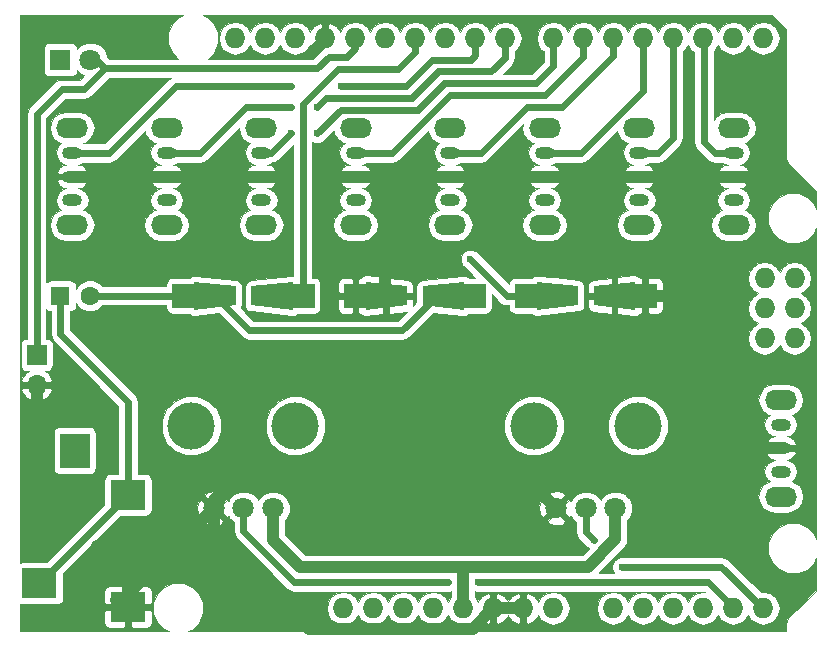
<source format=gbr>
G04 #@! TF.FileFunction,Copper,L1,Top,Signal*
%FSLAX46Y46*%
G04 Gerber Fmt 4.6, Leading zero omitted, Abs format (unit mm)*
G04 Created by KiCad (PCBNEW 4.0.7) date Sunday, 25 '25e' March '25e' 2018, 13:05:41*
%MOMM*%
%LPD*%
G01*
G04 APERTURE LIST*
%ADD10C,0.100000*%
%ADD11R,1.600000X1.600000*%
%ADD12C,1.600000*%
%ADD13R,1.800000X1.800000*%
%ADD14C,1.800000*%
%ADD15R,3.000000X2.500000*%
%ADD16R,2.500000X3.000000*%
%ADD17R,1.700000X1.700000*%
%ADD18O,1.700000X1.700000*%
%ADD19R,1.998980X1.998980*%
%ADD20C,4.000000*%
%ADD21O,1.727200X1.727200*%
%ADD22O,2.700000X1.700000*%
%ADD23O,1.700000X1.000000*%
%ADD24C,0.600000*%
%ADD25C,0.600000*%
%ADD26C,1.000000*%
%ADD27C,0.025400*%
G04 APERTURE END LIST*
D10*
D11*
X151000000Y-51000000D03*
D12*
X153500000Y-51000000D03*
D13*
X151000000Y-31000000D03*
D14*
X153540000Y-31000000D03*
D15*
X156725000Y-77350000D03*
X156725000Y-67850000D03*
X149225000Y-75350000D03*
D16*
X152225000Y-64100000D03*
D17*
X149000000Y-56000000D03*
D18*
X149000000Y-58540000D03*
D10*
G36*
X162336940Y-52198880D02*
X162336940Y-49801120D01*
X165837060Y-50199900D01*
X165837060Y-51800100D01*
X162336940Y-52198880D01*
X162336940Y-52198880D01*
G37*
G36*
X170663060Y-49801120D02*
X170663060Y-52198880D01*
X167162940Y-51800100D01*
X167162940Y-50199900D01*
X170663060Y-49801120D01*
X170663060Y-49801120D01*
G37*
D19*
X161498740Y-51000000D03*
X171501260Y-51000000D03*
D10*
G36*
X199663060Y-49801120D02*
X199663060Y-52198880D01*
X196162940Y-51800100D01*
X196162940Y-50199900D01*
X199663060Y-49801120D01*
X199663060Y-49801120D01*
G37*
G36*
X191336940Y-52198880D02*
X191336940Y-49801120D01*
X194837060Y-50199900D01*
X194837060Y-51800100D01*
X191336940Y-52198880D01*
X191336940Y-52198880D01*
G37*
D19*
X200501260Y-51000000D03*
X190498740Y-51000000D03*
D14*
X193000000Y-69000000D03*
X195500000Y-69000000D03*
X198000000Y-69000000D03*
D20*
X191100000Y-62000000D03*
X199900000Y-62000000D03*
D14*
X164000000Y-69000000D03*
X166500000Y-69000000D03*
X169000000Y-69000000D03*
D20*
X162100000Y-62000000D03*
X170900000Y-62000000D03*
D21*
X210627000Y-54600000D03*
X213167000Y-54600000D03*
X213167000Y-52060000D03*
X210627000Y-52060000D03*
X213167000Y-49520000D03*
X197800000Y-77460000D03*
X192720000Y-77460000D03*
X190180000Y-77460000D03*
X187640000Y-77460000D03*
X185100000Y-77460000D03*
X182560000Y-77460000D03*
X180020000Y-77460000D03*
X177480000Y-77460000D03*
X210500000Y-29200000D03*
X207960000Y-29200000D03*
X205420000Y-29200000D03*
X202880000Y-29200000D03*
X200340000Y-29200000D03*
X197800000Y-29200000D03*
X195260000Y-29200000D03*
X192720000Y-29200000D03*
X173416000Y-29200000D03*
X188656000Y-29200000D03*
X186116000Y-29200000D03*
X183576000Y-29200000D03*
X165796000Y-29200000D03*
X168336000Y-29200000D03*
X170876000Y-29200000D03*
X175956000Y-29200000D03*
X178496000Y-29200000D03*
X181036000Y-29200000D03*
X174940000Y-77460000D03*
X200340000Y-77460000D03*
X202880000Y-77460000D03*
X205420000Y-77460000D03*
X207960000Y-77460000D03*
X210500000Y-77460000D03*
X210627000Y-49520000D03*
D22*
X208000000Y-36800000D03*
D23*
X208000000Y-38900000D03*
X208000000Y-40900000D03*
X208000000Y-42900000D03*
D22*
X208000000Y-45000000D03*
X200000000Y-36800000D03*
D23*
X200000000Y-38900000D03*
X200000000Y-40900000D03*
X200000000Y-42900000D03*
D22*
X200000000Y-45000000D03*
X192000000Y-36800000D03*
D23*
X192000000Y-38900000D03*
X192000000Y-40900000D03*
X192000000Y-42900000D03*
D22*
X192000000Y-45000000D03*
X184000000Y-36800000D03*
D23*
X184000000Y-38900000D03*
X184000000Y-40900000D03*
X184000000Y-42900000D03*
D22*
X184000000Y-45000000D03*
X176000000Y-36800000D03*
D23*
X176000000Y-38900000D03*
X176000000Y-40900000D03*
X176000000Y-42900000D03*
D22*
X176000000Y-45000000D03*
X168000000Y-36800000D03*
D23*
X168000000Y-38900000D03*
X168000000Y-40900000D03*
X168000000Y-42900000D03*
D22*
X168000000Y-45000000D03*
X160000000Y-36800000D03*
D23*
X160000000Y-38900000D03*
X160000000Y-40900000D03*
X160000000Y-42900000D03*
D22*
X160000000Y-45000000D03*
X152000000Y-36800000D03*
D23*
X152000000Y-38900000D03*
X152000000Y-40900000D03*
X152000000Y-42900000D03*
D22*
X152000000Y-45000000D03*
X212000000Y-59800000D03*
D23*
X212000000Y-61900000D03*
X212000000Y-63900000D03*
X212000000Y-65900000D03*
D22*
X212000000Y-68000000D03*
D10*
G36*
X185163060Y-49801120D02*
X185163060Y-52198880D01*
X181662940Y-51800100D01*
X181662940Y-50199900D01*
X185163060Y-49801120D01*
X185163060Y-49801120D01*
G37*
G36*
X176836940Y-52198880D02*
X176836940Y-49801120D01*
X180337060Y-50199900D01*
X180337060Y-51800100D01*
X176836940Y-52198880D01*
X176836940Y-52198880D01*
G37*
D19*
X186001260Y-51000000D03*
X175998740Y-51000000D03*
D24*
X154100000Y-72200000D03*
X152100000Y-70200000D03*
X163900000Y-40900000D03*
X172250000Y-30500000D03*
X172775000Y-40900000D03*
X170225000Y-40875000D03*
X185700000Y-47900000D03*
X198550000Y-73950000D03*
X196200000Y-71700000D03*
X186375000Y-75250000D03*
X183800000Y-75250000D03*
X170500000Y-37250000D03*
X172750000Y-37250000D03*
X172750000Y-35000000D03*
X170500000Y-35000000D03*
X170500000Y-33250000D03*
X174750000Y-33250000D03*
D25*
X156725000Y-67850000D02*
X156725000Y-59950000D01*
X151000000Y-54225000D02*
X151000000Y-51000000D01*
X156725000Y-59950000D02*
X151000000Y-54225000D01*
X149225000Y-75350000D02*
X156725000Y-67850000D01*
X183413000Y-51000000D02*
X186001260Y-51000000D01*
X183500000Y-51000000D02*
X182850000Y-51000000D01*
X182850000Y-51000000D02*
X179925000Y-53925000D01*
X179925000Y-53925000D02*
X167012000Y-53925000D01*
X167012000Y-53925000D02*
X164087000Y-51000000D01*
X164087000Y-51000000D02*
X161498740Y-51000000D01*
X153500000Y-51000000D02*
X161498740Y-51000000D01*
D26*
X178587000Y-51000000D02*
X175998740Y-51000000D01*
X200501260Y-51000000D02*
X205825000Y-51000000D01*
X205825000Y-51000000D02*
X207825000Y-49000000D01*
X178500000Y-51000000D02*
X178500000Y-46600000D01*
X180000000Y-45100000D02*
X180000000Y-40900000D01*
X178500000Y-46600000D02*
X180000000Y-45100000D01*
X149000000Y-58540000D02*
X149000000Y-67100000D01*
X156725000Y-74825000D02*
X156725000Y-77350000D01*
X154100000Y-72200000D02*
X156725000Y-74825000D01*
X149000000Y-67100000D02*
X152100000Y-70200000D01*
X160000000Y-40900000D02*
X163900000Y-40900000D01*
X163900000Y-40900000D02*
X168000000Y-40900000D01*
X173416000Y-29200000D02*
X173416000Y-29334000D01*
X173416000Y-29334000D02*
X172250000Y-30500000D01*
X200000000Y-40900000D02*
X208000000Y-40900000D01*
X176000000Y-40900000D02*
X172775000Y-40900000D01*
X170225000Y-40875000D02*
X170200000Y-40900000D01*
X170200000Y-40900000D02*
X163900000Y-40900000D01*
X160000000Y-40900000D02*
X152000000Y-40900000D01*
X192000000Y-40900000D02*
X184000000Y-40900000D01*
X184000000Y-40900000D02*
X180000000Y-40900000D01*
X180000000Y-40900000D02*
X176000000Y-40900000D01*
X210750000Y-63900000D02*
X210725000Y-63900000D01*
X210725000Y-63900000D02*
X207825000Y-61000000D01*
X207825000Y-61000000D02*
X207825000Y-49000000D01*
X209150000Y-40900000D02*
X200000000Y-40900000D01*
X207825000Y-49000000D02*
X210475000Y-46350000D01*
X210475000Y-46350000D02*
X210475000Y-42225000D01*
X210475000Y-42225000D02*
X209150000Y-40900000D01*
X200000000Y-40900000D02*
X192000000Y-40900000D01*
X197913000Y-51000000D02*
X200501260Y-51000000D01*
X164000000Y-69000000D02*
X164000000Y-71125000D01*
X185925000Y-79175000D02*
X187640000Y-77460000D01*
X172050000Y-79175000D02*
X185925000Y-79175000D01*
X164000000Y-71125000D02*
X172050000Y-79175000D01*
X187640000Y-77460000D02*
X190180000Y-77460000D01*
X155750000Y-76750000D02*
X156250000Y-76750000D01*
X156250000Y-76750000D02*
X164000000Y-69000000D01*
X190675000Y-66675000D02*
X207975000Y-66675000D01*
X210750000Y-63900000D02*
X212000000Y-63900000D01*
X207975000Y-66675000D02*
X210750000Y-63900000D01*
X164000000Y-69000000D02*
X164000000Y-68275000D01*
X164000000Y-68275000D02*
X165600000Y-66675000D01*
X165600000Y-66675000D02*
X190675000Y-66675000D01*
X190675000Y-66675000D02*
X193000000Y-69000000D01*
D25*
X190498740Y-51000000D02*
X188800000Y-51000000D01*
X188800000Y-51000000D02*
X185700000Y-47900000D01*
X193087000Y-51000000D02*
X190498740Y-51000000D01*
X149000000Y-56000000D02*
X149000000Y-35600000D01*
X153000000Y-33500000D02*
X154750000Y-31750000D01*
X151100000Y-33500000D02*
X153000000Y-33500000D01*
X149000000Y-35600000D02*
X151100000Y-33500000D01*
X153540000Y-31000000D02*
X154000000Y-31000000D01*
X154000000Y-31000000D02*
X154750000Y-31750000D01*
X154750000Y-31750000D02*
X172750000Y-31750000D01*
X172750000Y-31750000D02*
X173750000Y-30750000D01*
X173750000Y-30750000D02*
X175250000Y-30750000D01*
X175250000Y-30750000D02*
X175956000Y-30044000D01*
X175956000Y-30044000D02*
X175956000Y-29200000D01*
X171501260Y-51000000D02*
X171501260Y-34773740D01*
X181036000Y-30339000D02*
X181036000Y-29200000D01*
X179600000Y-31775000D02*
X181036000Y-30339000D01*
X174500000Y-31775000D02*
X179600000Y-31775000D01*
X171501260Y-34773740D02*
X174500000Y-31775000D01*
X168913000Y-51000000D02*
X171501260Y-51000000D01*
X195500000Y-69000000D02*
X195500000Y-71000000D01*
X206965000Y-73925000D02*
X210500000Y-77460000D01*
X198575000Y-73925000D02*
X206965000Y-73925000D01*
X198550000Y-73950000D02*
X198575000Y-73925000D01*
X195500000Y-71000000D02*
X196200000Y-71700000D01*
D26*
X185100000Y-73950000D02*
X171275000Y-73950000D01*
X169000000Y-71675000D02*
X169000000Y-69000000D01*
X171275000Y-73950000D02*
X169000000Y-71675000D01*
X185100000Y-77460000D02*
X185100000Y-73950000D01*
X185100000Y-73950000D02*
X185100000Y-73925000D01*
X198000000Y-71575000D02*
X198000000Y-69000000D01*
X195650000Y-73925000D02*
X198000000Y-71575000D01*
X191100000Y-73925000D02*
X195650000Y-73925000D01*
X185100000Y-73925000D02*
X191100000Y-73925000D01*
D25*
X166500000Y-69000000D02*
X166500000Y-70950000D01*
X205875000Y-75250000D02*
X207960000Y-77335000D01*
X204350000Y-75250000D02*
X205875000Y-75250000D01*
X198575000Y-75250000D02*
X204350000Y-75250000D01*
X186375000Y-75250000D02*
X198575000Y-75250000D01*
X170800000Y-75250000D02*
X183800000Y-75250000D01*
X166500000Y-70950000D02*
X170800000Y-75250000D01*
X207960000Y-77335000D02*
X207960000Y-77460000D01*
X208000000Y-38900000D02*
X206400000Y-38900000D01*
X205500000Y-38000000D02*
X205500000Y-29280000D01*
X206400000Y-38900000D02*
X205500000Y-38000000D01*
X205500000Y-29280000D02*
X205420000Y-29200000D01*
X200000000Y-38900000D02*
X201600000Y-38900000D01*
X202880000Y-37620000D02*
X202880000Y-29200000D01*
X201600000Y-38900000D02*
X202880000Y-37620000D01*
X200340000Y-29200000D02*
X200340000Y-33660000D01*
X195100000Y-38900000D02*
X192000000Y-38900000D01*
X200340000Y-33660000D02*
X195100000Y-38900000D01*
X197800000Y-29200000D02*
X197800000Y-30700000D01*
X186600000Y-38900000D02*
X184000000Y-38900000D01*
X190500000Y-35000000D02*
X186600000Y-38900000D01*
X193500000Y-35000000D02*
X190500000Y-35000000D01*
X197800000Y-30700000D02*
X193500000Y-35000000D01*
X176000000Y-38900000D02*
X179100000Y-38900000D01*
X195260000Y-30740000D02*
X195260000Y-29200000D01*
X192000000Y-34000000D02*
X195260000Y-30740000D01*
X184000000Y-34000000D02*
X192000000Y-34000000D01*
X179100000Y-38900000D02*
X184000000Y-34000000D01*
X192720000Y-29200000D02*
X192720000Y-31530000D01*
X170500000Y-37250000D02*
X168850000Y-38900000D01*
X174750000Y-35250000D02*
X172750000Y-37250000D01*
X181250000Y-35250000D02*
X174750000Y-35250000D01*
X183500000Y-33000000D02*
X181250000Y-35250000D01*
X191250000Y-33000000D02*
X183500000Y-33000000D01*
X192720000Y-31530000D02*
X191250000Y-33000000D01*
X168850000Y-38900000D02*
X168000000Y-38900000D01*
X160000000Y-38900000D02*
X162850000Y-38900000D01*
X188656000Y-30844000D02*
X188656000Y-29200000D01*
X187500000Y-32000000D02*
X188656000Y-30844000D01*
X183000000Y-32000000D02*
X187500000Y-32000000D01*
X180750000Y-34250000D02*
X183000000Y-32000000D01*
X173500000Y-34250000D02*
X180750000Y-34250000D01*
X172750000Y-35000000D02*
X173500000Y-34250000D01*
X166750000Y-35000000D02*
X170500000Y-35000000D01*
X162850000Y-38900000D02*
X166750000Y-35000000D01*
X170500000Y-33250000D02*
X160750000Y-33250000D01*
X180250000Y-33250000D02*
X174750000Y-33250000D01*
X182500000Y-31000000D02*
X180250000Y-33250000D01*
X185750000Y-31000000D02*
X182500000Y-31000000D01*
X186116000Y-30634000D02*
X185750000Y-31000000D01*
X186116000Y-29200000D02*
X186116000Y-30634000D01*
X155100000Y-38900000D02*
X152000000Y-38900000D01*
X160750000Y-33250000D02*
X155100000Y-38900000D01*
D27*
G36*
X212437300Y-28418433D02*
X212437300Y-39350000D01*
X212482036Y-39574903D01*
X212609433Y-39765567D01*
X214987300Y-42143433D01*
X214987300Y-43620418D01*
X214832104Y-43244815D01*
X214238311Y-42649985D01*
X213462086Y-42327668D01*
X212621602Y-42326934D01*
X211844815Y-42647896D01*
X211249985Y-43241689D01*
X210927668Y-44017914D01*
X210926934Y-44858398D01*
X211247896Y-45635185D01*
X211841689Y-46230015D01*
X212617914Y-46552332D01*
X213458398Y-46553066D01*
X214235185Y-46232104D01*
X214830015Y-45638311D01*
X214987300Y-45259527D01*
X214987300Y-71560418D01*
X214832104Y-71184815D01*
X214238311Y-70589985D01*
X213462086Y-70267668D01*
X212621602Y-70266934D01*
X211844815Y-70587896D01*
X211249985Y-71181689D01*
X210927668Y-71957914D01*
X210926934Y-72798398D01*
X211247896Y-73575185D01*
X211841689Y-74170015D01*
X212617914Y-74492332D01*
X213458398Y-74493066D01*
X214235185Y-74172104D01*
X214830015Y-73578311D01*
X214987300Y-73199527D01*
X214987300Y-75956567D01*
X212634433Y-78309433D01*
X212507036Y-78500097D01*
X212462300Y-78725000D01*
X212462300Y-79412300D01*
X161777481Y-79412300D01*
X162165185Y-79252104D01*
X162760015Y-78658311D01*
X163082332Y-77882086D01*
X163083066Y-77041602D01*
X162762104Y-76264815D01*
X162168311Y-75669985D01*
X161392086Y-75347668D01*
X160551602Y-75346934D01*
X159774815Y-75667896D01*
X159179985Y-76261689D01*
X158857668Y-77037914D01*
X158856934Y-77878398D01*
X159177896Y-78655185D01*
X159771689Y-79250015D01*
X160162514Y-79412300D01*
X147637034Y-79412300D01*
X147587700Y-79362956D01*
X147587700Y-77721475D01*
X154704300Y-77721475D01*
X154704300Y-78703574D01*
X154783572Y-78894953D01*
X154930047Y-79041428D01*
X155121427Y-79120700D01*
X156353525Y-79120700D01*
X156483700Y-78990525D01*
X156483700Y-77591300D01*
X156966300Y-77591300D01*
X156966300Y-78990525D01*
X157096475Y-79120700D01*
X158328573Y-79120700D01*
X158519953Y-79041428D01*
X158666428Y-78894953D01*
X158745700Y-78703574D01*
X158745700Y-77721475D01*
X158615525Y-77591300D01*
X156966300Y-77591300D01*
X156483700Y-77591300D01*
X154834475Y-77591300D01*
X154704300Y-77721475D01*
X147587700Y-77721475D01*
X147587700Y-77094940D01*
X147725000Y-77122744D01*
X150725000Y-77122744D01*
X150914995Y-77086994D01*
X151089494Y-76974707D01*
X151206559Y-76803377D01*
X151247744Y-76600000D01*
X151247744Y-75996426D01*
X154704300Y-75996426D01*
X154704300Y-76978525D01*
X154834475Y-77108700D01*
X156483700Y-77108700D01*
X156483700Y-75709475D01*
X156966300Y-75709475D01*
X156966300Y-77108700D01*
X158615525Y-77108700D01*
X158745700Y-76978525D01*
X158745700Y-75996426D01*
X158666428Y-75805047D01*
X158519953Y-75658572D01*
X158328573Y-75579300D01*
X157096475Y-75579300D01*
X156966300Y-75709475D01*
X156483700Y-75709475D01*
X156353525Y-75579300D01*
X155121427Y-75579300D01*
X154930047Y-75658572D01*
X154783572Y-75805047D01*
X154704300Y-75996426D01*
X151247744Y-75996426D01*
X151247744Y-74476588D01*
X155637234Y-70087097D01*
X163254153Y-70087097D01*
X163355686Y-70297346D01*
X163901204Y-70445160D01*
X164461763Y-70372962D01*
X164644314Y-70297346D01*
X164745847Y-70087097D01*
X164000000Y-69341250D01*
X163254153Y-70087097D01*
X155637234Y-70087097D01*
X156101587Y-69622744D01*
X158225000Y-69622744D01*
X158414995Y-69586994D01*
X158589494Y-69474707D01*
X158706559Y-69303377D01*
X158747744Y-69100000D01*
X158747744Y-68901204D01*
X162554840Y-68901204D01*
X162627038Y-69461763D01*
X162702654Y-69644314D01*
X162912903Y-69745847D01*
X163658750Y-69000000D01*
X164341250Y-69000000D01*
X165087097Y-69745847D01*
X165247607Y-69668334D01*
X165301673Y-69799185D01*
X165687300Y-70185485D01*
X165687300Y-70950000D01*
X165749163Y-71261007D01*
X165925334Y-71524666D01*
X170225332Y-75824663D01*
X170225334Y-75824666D01*
X170488993Y-76000837D01*
X170800000Y-76062700D01*
X183799291Y-76062700D01*
X183960947Y-76062841D01*
X184087300Y-76010633D01*
X184087300Y-76505585D01*
X183830000Y-76890663D01*
X183560154Y-76486809D01*
X183113650Y-76188465D01*
X182586963Y-76083700D01*
X182533037Y-76083700D01*
X182006350Y-76188465D01*
X181559846Y-76486809D01*
X181290000Y-76890663D01*
X181020154Y-76486809D01*
X180573650Y-76188465D01*
X180046963Y-76083700D01*
X179993037Y-76083700D01*
X179466350Y-76188465D01*
X179019846Y-76486809D01*
X178750000Y-76890663D01*
X178480154Y-76486809D01*
X178033650Y-76188465D01*
X177506963Y-76083700D01*
X177453037Y-76083700D01*
X176926350Y-76188465D01*
X176479846Y-76486809D01*
X176210000Y-76890663D01*
X175940154Y-76486809D01*
X175493650Y-76188465D01*
X174966963Y-76083700D01*
X174913037Y-76083700D01*
X174386350Y-76188465D01*
X173939846Y-76486809D01*
X173641502Y-76933313D01*
X173536737Y-77460000D01*
X173641502Y-77986687D01*
X173939846Y-78433191D01*
X174386350Y-78731535D01*
X174913037Y-78836300D01*
X174966963Y-78836300D01*
X175493650Y-78731535D01*
X175940154Y-78433191D01*
X176210000Y-78029337D01*
X176479846Y-78433191D01*
X176926350Y-78731535D01*
X177453037Y-78836300D01*
X177506963Y-78836300D01*
X178033650Y-78731535D01*
X178480154Y-78433191D01*
X178750000Y-78029337D01*
X179019846Y-78433191D01*
X179466350Y-78731535D01*
X179993037Y-78836300D01*
X180046963Y-78836300D01*
X180573650Y-78731535D01*
X181020154Y-78433191D01*
X181290000Y-78029337D01*
X181559846Y-78433191D01*
X182006350Y-78731535D01*
X182533037Y-78836300D01*
X182586963Y-78836300D01*
X183113650Y-78731535D01*
X183560154Y-78433191D01*
X183830000Y-78029337D01*
X184099846Y-78433191D01*
X184546350Y-78731535D01*
X185073037Y-78836300D01*
X185126963Y-78836300D01*
X185653650Y-78731535D01*
X186100154Y-78433191D01*
X186376291Y-78019923D01*
X186395374Y-78066010D01*
X186722026Y-78496178D01*
X187188431Y-78768597D01*
X187398700Y-78692952D01*
X187398700Y-77701300D01*
X187881300Y-77701300D01*
X187881300Y-78692952D01*
X188091569Y-78768597D01*
X188557974Y-78496178D01*
X188884626Y-78066010D01*
X188910000Y-78004731D01*
X188935374Y-78066010D01*
X189262026Y-78496178D01*
X189728431Y-78768597D01*
X189938700Y-78692952D01*
X189938700Y-77701300D01*
X188949308Y-77701300D01*
X188910000Y-77807420D01*
X188870692Y-77701300D01*
X187881300Y-77701300D01*
X187398700Y-77701300D01*
X187378700Y-77701300D01*
X187378700Y-77218700D01*
X187398700Y-77218700D01*
X187398700Y-76227048D01*
X187881300Y-76227048D01*
X187881300Y-77218700D01*
X188870692Y-77218700D01*
X188910000Y-77112580D01*
X188949308Y-77218700D01*
X189938700Y-77218700D01*
X189938700Y-76227048D01*
X190421300Y-76227048D01*
X190421300Y-77218700D01*
X190441300Y-77218700D01*
X190441300Y-77701300D01*
X190421300Y-77701300D01*
X190421300Y-78692952D01*
X190631569Y-78768597D01*
X191097974Y-78496178D01*
X191424626Y-78066010D01*
X191443709Y-78019923D01*
X191719846Y-78433191D01*
X192166350Y-78731535D01*
X192693037Y-78836300D01*
X192746963Y-78836300D01*
X193273650Y-78731535D01*
X193720154Y-78433191D01*
X194018498Y-77986687D01*
X194123263Y-77460000D01*
X194018498Y-76933313D01*
X193720154Y-76486809D01*
X193273650Y-76188465D01*
X192746963Y-76083700D01*
X192693037Y-76083700D01*
X192166350Y-76188465D01*
X191719846Y-76486809D01*
X191443709Y-76900077D01*
X191424626Y-76853990D01*
X191097974Y-76423822D01*
X190631569Y-76151403D01*
X190421300Y-76227048D01*
X189938700Y-76227048D01*
X189728431Y-76151403D01*
X189262026Y-76423822D01*
X188935374Y-76853990D01*
X188910000Y-76915269D01*
X188884626Y-76853990D01*
X188557974Y-76423822D01*
X188091569Y-76151403D01*
X187881300Y-76227048D01*
X187398700Y-76227048D01*
X187188431Y-76151403D01*
X186722026Y-76423822D01*
X186395374Y-76853990D01*
X186376291Y-76900077D01*
X186112700Y-76505585D01*
X186112700Y-76021062D01*
X186212635Y-76062559D01*
X186535947Y-76062841D01*
X186536288Y-76062700D01*
X205538368Y-76062700D01*
X205587279Y-76111611D01*
X205446963Y-76083700D01*
X205393037Y-76083700D01*
X204866350Y-76188465D01*
X204419846Y-76486809D01*
X204150000Y-76890663D01*
X203880154Y-76486809D01*
X203433650Y-76188465D01*
X202906963Y-76083700D01*
X202853037Y-76083700D01*
X202326350Y-76188465D01*
X201879846Y-76486809D01*
X201610000Y-76890663D01*
X201340154Y-76486809D01*
X200893650Y-76188465D01*
X200366963Y-76083700D01*
X200313037Y-76083700D01*
X199786350Y-76188465D01*
X199339846Y-76486809D01*
X199070000Y-76890663D01*
X198800154Y-76486809D01*
X198353650Y-76188465D01*
X197826963Y-76083700D01*
X197773037Y-76083700D01*
X197246350Y-76188465D01*
X196799846Y-76486809D01*
X196501502Y-76933313D01*
X196396737Y-77460000D01*
X196501502Y-77986687D01*
X196799846Y-78433191D01*
X197246350Y-78731535D01*
X197773037Y-78836300D01*
X197826963Y-78836300D01*
X198353650Y-78731535D01*
X198800154Y-78433191D01*
X199070000Y-78029337D01*
X199339846Y-78433191D01*
X199786350Y-78731535D01*
X200313037Y-78836300D01*
X200366963Y-78836300D01*
X200893650Y-78731535D01*
X201340154Y-78433191D01*
X201610000Y-78029337D01*
X201879846Y-78433191D01*
X202326350Y-78731535D01*
X202853037Y-78836300D01*
X202906963Y-78836300D01*
X203433650Y-78731535D01*
X203880154Y-78433191D01*
X204150000Y-78029337D01*
X204419846Y-78433191D01*
X204866350Y-78731535D01*
X205393037Y-78836300D01*
X205446963Y-78836300D01*
X205973650Y-78731535D01*
X206420154Y-78433191D01*
X206690000Y-78029337D01*
X206959846Y-78433191D01*
X207406350Y-78731535D01*
X207933037Y-78836300D01*
X207986963Y-78836300D01*
X208513650Y-78731535D01*
X208960154Y-78433191D01*
X209230000Y-78029337D01*
X209499846Y-78433191D01*
X209946350Y-78731535D01*
X210473037Y-78836300D01*
X210526963Y-78836300D01*
X211053650Y-78731535D01*
X211500154Y-78433191D01*
X211798498Y-77986687D01*
X211903263Y-77460000D01*
X211798498Y-76933313D01*
X211500154Y-76486809D01*
X211053650Y-76188465D01*
X210526963Y-76083700D01*
X210473037Y-76083700D01*
X210306215Y-76116883D01*
X207539666Y-73350334D01*
X207276007Y-73174163D01*
X206965000Y-73112300D01*
X198575000Y-73112300D01*
X198449759Y-73137212D01*
X198389053Y-73137159D01*
X198332454Y-73160545D01*
X198263993Y-73174163D01*
X198206460Y-73212605D01*
X198090244Y-73260625D01*
X198000467Y-73350245D01*
X198000334Y-73350334D01*
X198000332Y-73350337D01*
X197975334Y-73375334D01*
X197861428Y-73489041D01*
X197737441Y-73787635D01*
X197737159Y-74110947D01*
X197860625Y-74409756D01*
X197888121Y-74437300D01*
X196569874Y-74437300D01*
X198716087Y-72291087D01*
X198803840Y-72159756D01*
X198935613Y-71962544D01*
X199012700Y-71575000D01*
X199012700Y-69985184D01*
X199196930Y-69801275D01*
X199412454Y-69282236D01*
X199412944Y-68720230D01*
X199198327Y-68200815D01*
X198997862Y-68000000D01*
X210100808Y-68000000D01*
X210204537Y-68521483D01*
X210499934Y-68963574D01*
X210942025Y-69258971D01*
X211463508Y-69362700D01*
X212536492Y-69362700D01*
X213057975Y-69258971D01*
X213500066Y-68963574D01*
X213795463Y-68521483D01*
X213899192Y-68000000D01*
X213795463Y-67478517D01*
X213500066Y-67036426D01*
X213057975Y-66741029D01*
X212940706Y-66717703D01*
X213092784Y-66616087D01*
X213312310Y-66287544D01*
X213389397Y-65900000D01*
X213312310Y-65512456D01*
X213092784Y-65183913D01*
X212764241Y-64964387D01*
X212503570Y-64912537D01*
X212797298Y-64837963D01*
X213122192Y-64595391D01*
X213291810Y-64293476D01*
X213207210Y-64141300D01*
X212241300Y-64141300D01*
X212241300Y-64161300D01*
X211758700Y-64161300D01*
X211758700Y-64141300D01*
X210792790Y-64141300D01*
X210708190Y-64293476D01*
X210877808Y-64595391D01*
X211202702Y-64837963D01*
X211496430Y-64912537D01*
X211235759Y-64964387D01*
X210907216Y-65183913D01*
X210687690Y-65512456D01*
X210610603Y-65900000D01*
X210687690Y-66287544D01*
X210907216Y-66616087D01*
X211059294Y-66717703D01*
X210942025Y-66741029D01*
X210499934Y-67036426D01*
X210204537Y-67478517D01*
X210100808Y-68000000D01*
X198997862Y-68000000D01*
X198801275Y-67803070D01*
X198282236Y-67587546D01*
X197720230Y-67587056D01*
X197200815Y-67801673D01*
X196803070Y-68198725D01*
X196750136Y-68326204D01*
X196698327Y-68200815D01*
X196301275Y-67803070D01*
X195782236Y-67587546D01*
X195220230Y-67587056D01*
X194700815Y-67801673D01*
X194303070Y-68198725D01*
X194247824Y-68331771D01*
X194087097Y-68254153D01*
X193341250Y-69000000D01*
X194087097Y-69745847D01*
X194247607Y-69668334D01*
X194301673Y-69799185D01*
X194687300Y-70185485D01*
X194687300Y-71000000D01*
X194749163Y-71311007D01*
X194925334Y-71574666D01*
X195624833Y-72274164D01*
X195739041Y-72388572D01*
X195749790Y-72393036D01*
X195230526Y-72912300D01*
X185100000Y-72912300D01*
X184974316Y-72937300D01*
X171694474Y-72937300D01*
X170012700Y-71255526D01*
X170012700Y-70087097D01*
X192254153Y-70087097D01*
X192355686Y-70297346D01*
X192901204Y-70445160D01*
X193461763Y-70372962D01*
X193644314Y-70297346D01*
X193745847Y-70087097D01*
X193000000Y-69341250D01*
X192254153Y-70087097D01*
X170012700Y-70087097D01*
X170012700Y-69985184D01*
X170196930Y-69801275D01*
X170412454Y-69282236D01*
X170412786Y-68901204D01*
X191554840Y-68901204D01*
X191627038Y-69461763D01*
X191702654Y-69644314D01*
X191912903Y-69745847D01*
X192658750Y-69000000D01*
X191912903Y-68254153D01*
X191702654Y-68355686D01*
X191554840Y-68901204D01*
X170412786Y-68901204D01*
X170412944Y-68720230D01*
X170198327Y-68200815D01*
X169910917Y-67912903D01*
X192254153Y-67912903D01*
X193000000Y-68658750D01*
X193745847Y-67912903D01*
X193644314Y-67702654D01*
X193098796Y-67554840D01*
X192538237Y-67627038D01*
X192355686Y-67702654D01*
X192254153Y-67912903D01*
X169910917Y-67912903D01*
X169801275Y-67803070D01*
X169282236Y-67587546D01*
X168720230Y-67587056D01*
X168200815Y-67801673D01*
X167803070Y-68198725D01*
X167750136Y-68326204D01*
X167698327Y-68200815D01*
X167301275Y-67803070D01*
X166782236Y-67587546D01*
X166220230Y-67587056D01*
X165700815Y-67801673D01*
X165303070Y-68198725D01*
X165247824Y-68331771D01*
X165087097Y-68254153D01*
X164341250Y-69000000D01*
X163658750Y-69000000D01*
X162912903Y-68254153D01*
X162702654Y-68355686D01*
X162554840Y-68901204D01*
X158747744Y-68901204D01*
X158747744Y-67912903D01*
X163254153Y-67912903D01*
X164000000Y-68658750D01*
X164745847Y-67912903D01*
X164644314Y-67702654D01*
X164098796Y-67554840D01*
X163538237Y-67627038D01*
X163355686Y-67702654D01*
X163254153Y-67912903D01*
X158747744Y-67912903D01*
X158747744Y-66600000D01*
X158711994Y-66410005D01*
X158599707Y-66235506D01*
X158428377Y-66118441D01*
X158225000Y-66077256D01*
X157537700Y-66077256D01*
X157537700Y-62497614D01*
X159586865Y-62497614D01*
X159968594Y-63421471D01*
X160674811Y-64128922D01*
X161598000Y-64512263D01*
X162597614Y-64513135D01*
X163521471Y-64131406D01*
X164228922Y-63425189D01*
X164612263Y-62502000D01*
X164612266Y-62497614D01*
X168386865Y-62497614D01*
X168768594Y-63421471D01*
X169474811Y-64128922D01*
X170398000Y-64512263D01*
X171397614Y-64513135D01*
X172321471Y-64131406D01*
X173028922Y-63425189D01*
X173412263Y-62502000D01*
X173412266Y-62497614D01*
X188586865Y-62497614D01*
X188968594Y-63421471D01*
X189674811Y-64128922D01*
X190598000Y-64512263D01*
X191597614Y-64513135D01*
X192521471Y-64131406D01*
X193228922Y-63425189D01*
X193612263Y-62502000D01*
X193612266Y-62497614D01*
X197386865Y-62497614D01*
X197768594Y-63421471D01*
X198474811Y-64128922D01*
X199398000Y-64512263D01*
X200397614Y-64513135D01*
X201321471Y-64131406D01*
X202028922Y-63425189D01*
X202412263Y-62502000D01*
X202413135Y-61502386D01*
X202031406Y-60578529D01*
X201325189Y-59871078D01*
X201154014Y-59800000D01*
X210100808Y-59800000D01*
X210204537Y-60321483D01*
X210499934Y-60763574D01*
X210942025Y-61058971D01*
X211059294Y-61082297D01*
X210907216Y-61183913D01*
X210687690Y-61512456D01*
X210610603Y-61900000D01*
X210687690Y-62287544D01*
X210907216Y-62616087D01*
X211235759Y-62835613D01*
X211496430Y-62887463D01*
X211202702Y-62962037D01*
X210877808Y-63204609D01*
X210708190Y-63506524D01*
X210792790Y-63658700D01*
X211758700Y-63658700D01*
X211758700Y-63638700D01*
X212241300Y-63638700D01*
X212241300Y-63658700D01*
X213207210Y-63658700D01*
X213291810Y-63506524D01*
X213122192Y-63204609D01*
X212797298Y-62962037D01*
X212503570Y-62887463D01*
X212764241Y-62835613D01*
X213092784Y-62616087D01*
X213312310Y-62287544D01*
X213389397Y-61900000D01*
X213312310Y-61512456D01*
X213092784Y-61183913D01*
X212940706Y-61082297D01*
X213057975Y-61058971D01*
X213500066Y-60763574D01*
X213795463Y-60321483D01*
X213899192Y-59800000D01*
X213795463Y-59278517D01*
X213500066Y-58836426D01*
X213057975Y-58541029D01*
X212536492Y-58437300D01*
X211463508Y-58437300D01*
X210942025Y-58541029D01*
X210499934Y-58836426D01*
X210204537Y-59278517D01*
X210100808Y-59800000D01*
X201154014Y-59800000D01*
X200402000Y-59487737D01*
X199402386Y-59486865D01*
X198478529Y-59868594D01*
X197771078Y-60574811D01*
X197387737Y-61498000D01*
X197386865Y-62497614D01*
X193612266Y-62497614D01*
X193613135Y-61502386D01*
X193231406Y-60578529D01*
X192525189Y-59871078D01*
X191602000Y-59487737D01*
X190602386Y-59486865D01*
X189678529Y-59868594D01*
X188971078Y-60574811D01*
X188587737Y-61498000D01*
X188586865Y-62497614D01*
X173412266Y-62497614D01*
X173413135Y-61502386D01*
X173031406Y-60578529D01*
X172325189Y-59871078D01*
X171402000Y-59487737D01*
X170402386Y-59486865D01*
X169478529Y-59868594D01*
X168771078Y-60574811D01*
X168387737Y-61498000D01*
X168386865Y-62497614D01*
X164612266Y-62497614D01*
X164613135Y-61502386D01*
X164231406Y-60578529D01*
X163525189Y-59871078D01*
X162602000Y-59487737D01*
X161602386Y-59486865D01*
X160678529Y-59868594D01*
X159971078Y-60574811D01*
X159587737Y-61498000D01*
X159586865Y-62497614D01*
X157537700Y-62497614D01*
X157537700Y-59950005D01*
X157537701Y-59950000D01*
X157475837Y-59638993D01*
X157374188Y-59486865D01*
X157299666Y-59375334D01*
X157299663Y-59375332D01*
X151812700Y-53888368D01*
X151812700Y-52320354D01*
X151989995Y-52286994D01*
X152164494Y-52174707D01*
X152281559Y-52003377D01*
X152322744Y-51800000D01*
X152322744Y-51588316D01*
X152386498Y-51742613D01*
X152755444Y-52112204D01*
X153237742Y-52312471D01*
X153759967Y-52312927D01*
X154242613Y-52113502D01*
X154543941Y-51812700D01*
X159976506Y-51812700D01*
X159976506Y-51999490D01*
X160012256Y-52189485D01*
X160124543Y-52363984D01*
X160295873Y-52481049D01*
X160499250Y-52522234D01*
X161939523Y-52522234D01*
X162005903Y-52603448D01*
X162189384Y-52700366D01*
X162396115Y-52718264D01*
X164424798Y-52487130D01*
X166437332Y-54499663D01*
X166437334Y-54499666D01*
X166681790Y-54663006D01*
X166700993Y-54675837D01*
X167012000Y-54737701D01*
X167012005Y-54737700D01*
X179925000Y-54737700D01*
X180236007Y-54675837D01*
X180499666Y-54499666D01*
X182569785Y-52429546D01*
X185103885Y-52718264D01*
X185353055Y-52685874D01*
X185527554Y-52573587D01*
X185562642Y-52522234D01*
X187000750Y-52522234D01*
X187190745Y-52486484D01*
X187365244Y-52374197D01*
X187482309Y-52202867D01*
X187523494Y-51999490D01*
X187523494Y-50872826D01*
X188225334Y-51574666D01*
X188488993Y-51750837D01*
X188800000Y-51812700D01*
X188976506Y-51812700D01*
X188976506Y-51999490D01*
X189012256Y-52189485D01*
X189124543Y-52363984D01*
X189295873Y-52481049D01*
X189499250Y-52522234D01*
X190939523Y-52522234D01*
X191005903Y-52603448D01*
X191189384Y-52700366D01*
X191396115Y-52718264D01*
X194896235Y-52319484D01*
X195027055Y-52287094D01*
X195201554Y-52174807D01*
X195318619Y-52003477D01*
X195359804Y-51800100D01*
X195359804Y-51241300D01*
X195632039Y-51241300D01*
X195632039Y-51800100D01*
X195649683Y-51935831D01*
X195742927Y-52124823D01*
X195902354Y-52262648D01*
X196102842Y-52327588D01*
X197671700Y-52506333D01*
X197671700Y-51241300D01*
X198154300Y-51241300D01*
X198154300Y-52561317D01*
X199602962Y-52726368D01*
X199856020Y-52693473D01*
X200033242Y-52579434D01*
X200073721Y-52520190D01*
X200129785Y-52520190D01*
X200259960Y-52390015D01*
X200259960Y-51241300D01*
X200742560Y-51241300D01*
X200742560Y-52390015D01*
X200872735Y-52520190D01*
X201604324Y-52520190D01*
X201795703Y-52440918D01*
X201942178Y-52294443D01*
X202021450Y-52103063D01*
X202021450Y-51371475D01*
X201891275Y-51241300D01*
X200742560Y-51241300D01*
X200259960Y-51241300D01*
X198154300Y-51241300D01*
X197671700Y-51241300D01*
X195632039Y-51241300D01*
X195359804Y-51241300D01*
X195359804Y-50199900D01*
X195632039Y-50199900D01*
X195632039Y-50758700D01*
X197671700Y-50758700D01*
X197671700Y-49493667D01*
X196102842Y-49672412D01*
X195969980Y-49705307D01*
X195792758Y-49819346D01*
X195673867Y-49993350D01*
X195632039Y-50199900D01*
X195359804Y-50199900D01*
X195342431Y-50066254D01*
X195250619Y-49880166D01*
X195093642Y-49744459D01*
X194896235Y-49680516D01*
X192773650Y-49438683D01*
X198154300Y-49438683D01*
X198154300Y-50758700D01*
X200259960Y-50758700D01*
X200259960Y-49609985D01*
X200742560Y-49609985D01*
X200742560Y-50758700D01*
X201891275Y-50758700D01*
X202021450Y-50628525D01*
X202021450Y-49896937D01*
X201942178Y-49705557D01*
X201795703Y-49559082D01*
X201701351Y-49520000D01*
X209223737Y-49520000D01*
X209328502Y-50046687D01*
X209626846Y-50493191D01*
X210071053Y-50790000D01*
X209626846Y-51086809D01*
X209328502Y-51533313D01*
X209223737Y-52060000D01*
X209328502Y-52586687D01*
X209626846Y-53033191D01*
X210071053Y-53330000D01*
X209626846Y-53626809D01*
X209328502Y-54073313D01*
X209223737Y-54600000D01*
X209328502Y-55126687D01*
X209626846Y-55573191D01*
X210073350Y-55871535D01*
X210600037Y-55976300D01*
X210653963Y-55976300D01*
X211180650Y-55871535D01*
X211627154Y-55573191D01*
X211897000Y-55169337D01*
X212166846Y-55573191D01*
X212613350Y-55871535D01*
X213140037Y-55976300D01*
X213193963Y-55976300D01*
X213720650Y-55871535D01*
X214167154Y-55573191D01*
X214465498Y-55126687D01*
X214570263Y-54600000D01*
X214465498Y-54073313D01*
X214167154Y-53626809D01*
X213722947Y-53330000D01*
X214167154Y-53033191D01*
X214465498Y-52586687D01*
X214570263Y-52060000D01*
X214465498Y-51533313D01*
X214167154Y-51086809D01*
X213722947Y-50790000D01*
X214167154Y-50493191D01*
X214465498Y-50046687D01*
X214570263Y-49520000D01*
X214465498Y-48993313D01*
X214167154Y-48546809D01*
X213720650Y-48248465D01*
X213193963Y-48143700D01*
X213140037Y-48143700D01*
X212613350Y-48248465D01*
X212166846Y-48546809D01*
X211897000Y-48950663D01*
X211627154Y-48546809D01*
X211180650Y-48248465D01*
X210653963Y-48143700D01*
X210600037Y-48143700D01*
X210073350Y-48248465D01*
X209626846Y-48546809D01*
X209328502Y-48993313D01*
X209223737Y-49520000D01*
X201701351Y-49520000D01*
X201604324Y-49479810D01*
X200872735Y-49479810D01*
X200742560Y-49609985D01*
X200259960Y-49609985D01*
X200129785Y-49479810D01*
X200072473Y-49479810D01*
X199999263Y-49390239D01*
X199812919Y-49291809D01*
X199602962Y-49273632D01*
X198154300Y-49438683D01*
X192773650Y-49438683D01*
X191396115Y-49281736D01*
X191146945Y-49314126D01*
X190972446Y-49426413D01*
X190937358Y-49477766D01*
X189499250Y-49477766D01*
X189309255Y-49513516D01*
X189134756Y-49625803D01*
X189017691Y-49797133D01*
X188976506Y-50000510D01*
X188976506Y-50027174D01*
X186274666Y-47325334D01*
X186160959Y-47211428D01*
X185862365Y-47087441D01*
X185539053Y-47087159D01*
X185240244Y-47210625D01*
X185011428Y-47439041D01*
X184887441Y-47737635D01*
X184887159Y-48060947D01*
X185010625Y-48359756D01*
X185239041Y-48588572D01*
X185239381Y-48588713D01*
X186128434Y-49477766D01*
X185560477Y-49477766D01*
X185494097Y-49396552D01*
X185310616Y-49299634D01*
X185103885Y-49281736D01*
X181603765Y-49680516D01*
X181472945Y-49712906D01*
X181298446Y-49825193D01*
X181181381Y-49996523D01*
X181140196Y-50199900D01*
X181140196Y-51560473D01*
X180859681Y-51840988D01*
X180867961Y-51800100D01*
X180867961Y-51241300D01*
X178828300Y-51241300D01*
X178828300Y-52506333D01*
X180369984Y-52330684D01*
X179588368Y-53112300D01*
X167348631Y-53112300D01*
X166286628Y-52050297D01*
X166318619Y-52003477D01*
X166359804Y-51800100D01*
X166359804Y-50199900D01*
X166342431Y-50066254D01*
X166250619Y-49880166D01*
X166093642Y-49744459D01*
X165896235Y-49680516D01*
X162396115Y-49281736D01*
X162146945Y-49314126D01*
X161972446Y-49426413D01*
X161937358Y-49477766D01*
X160499250Y-49477766D01*
X160309255Y-49513516D01*
X160134756Y-49625803D01*
X160017691Y-49797133D01*
X159976506Y-50000510D01*
X159976506Y-50187300D01*
X154543537Y-50187300D01*
X154244556Y-49887796D01*
X153762258Y-49687529D01*
X153240033Y-49687073D01*
X152757387Y-49886498D01*
X152387796Y-50255444D01*
X152322744Y-50412107D01*
X152322744Y-50200000D01*
X152286994Y-50010005D01*
X152174707Y-49835506D01*
X152003377Y-49718441D01*
X151800000Y-49677256D01*
X150200000Y-49677256D01*
X150010005Y-49713006D01*
X149835506Y-49825293D01*
X149812700Y-49858671D01*
X149812700Y-45000000D01*
X150100808Y-45000000D01*
X150204537Y-45521483D01*
X150499934Y-45963574D01*
X150942025Y-46258971D01*
X151463508Y-46362700D01*
X152536492Y-46362700D01*
X153057975Y-46258971D01*
X153500066Y-45963574D01*
X153795463Y-45521483D01*
X153899192Y-45000000D01*
X158100808Y-45000000D01*
X158204537Y-45521483D01*
X158499934Y-45963574D01*
X158942025Y-46258971D01*
X159463508Y-46362700D01*
X160536492Y-46362700D01*
X161057975Y-46258971D01*
X161500066Y-45963574D01*
X161795463Y-45521483D01*
X161899192Y-45000000D01*
X166100808Y-45000000D01*
X166204537Y-45521483D01*
X166499934Y-45963574D01*
X166942025Y-46258971D01*
X167463508Y-46362700D01*
X168536492Y-46362700D01*
X169057975Y-46258971D01*
X169500066Y-45963574D01*
X169795463Y-45521483D01*
X169899192Y-45000000D01*
X169795463Y-44478517D01*
X169500066Y-44036426D01*
X169057975Y-43741029D01*
X168940706Y-43717703D01*
X169092784Y-43616087D01*
X169312310Y-43287544D01*
X169389397Y-42900000D01*
X169312310Y-42512456D01*
X169092784Y-42183913D01*
X168764241Y-41964387D01*
X168503570Y-41912537D01*
X168797298Y-41837963D01*
X169122192Y-41595391D01*
X169291810Y-41293476D01*
X169207210Y-41141300D01*
X168241300Y-41141300D01*
X168241300Y-41161300D01*
X167758700Y-41161300D01*
X167758700Y-41141300D01*
X166792790Y-41141300D01*
X166708190Y-41293476D01*
X166877808Y-41595391D01*
X167202702Y-41837963D01*
X167496430Y-41912537D01*
X167235759Y-41964387D01*
X166907216Y-42183913D01*
X166687690Y-42512456D01*
X166610603Y-42900000D01*
X166687690Y-43287544D01*
X166907216Y-43616087D01*
X167059294Y-43717703D01*
X166942025Y-43741029D01*
X166499934Y-44036426D01*
X166204537Y-44478517D01*
X166100808Y-45000000D01*
X161899192Y-45000000D01*
X161795463Y-44478517D01*
X161500066Y-44036426D01*
X161057975Y-43741029D01*
X160940706Y-43717703D01*
X161092784Y-43616087D01*
X161312310Y-43287544D01*
X161389397Y-42900000D01*
X161312310Y-42512456D01*
X161092784Y-42183913D01*
X160764241Y-41964387D01*
X160503570Y-41912537D01*
X160797298Y-41837963D01*
X161122192Y-41595391D01*
X161291810Y-41293476D01*
X161207210Y-41141300D01*
X160241300Y-41141300D01*
X160241300Y-41161300D01*
X159758700Y-41161300D01*
X159758700Y-41141300D01*
X158792790Y-41141300D01*
X158708190Y-41293476D01*
X158877808Y-41595391D01*
X159202702Y-41837963D01*
X159496430Y-41912537D01*
X159235759Y-41964387D01*
X158907216Y-42183913D01*
X158687690Y-42512456D01*
X158610603Y-42900000D01*
X158687690Y-43287544D01*
X158907216Y-43616087D01*
X159059294Y-43717703D01*
X158942025Y-43741029D01*
X158499934Y-44036426D01*
X158204537Y-44478517D01*
X158100808Y-45000000D01*
X153899192Y-45000000D01*
X153795463Y-44478517D01*
X153500066Y-44036426D01*
X153057975Y-43741029D01*
X152940706Y-43717703D01*
X153092784Y-43616087D01*
X153312310Y-43287544D01*
X153389397Y-42900000D01*
X153312310Y-42512456D01*
X153092784Y-42183913D01*
X152764241Y-41964387D01*
X152503570Y-41912537D01*
X152797298Y-41837963D01*
X153122192Y-41595391D01*
X153291810Y-41293476D01*
X153207210Y-41141300D01*
X152241300Y-41141300D01*
X152241300Y-41161300D01*
X151758700Y-41161300D01*
X151758700Y-41141300D01*
X150792790Y-41141300D01*
X150708190Y-41293476D01*
X150877808Y-41595391D01*
X151202702Y-41837963D01*
X151496430Y-41912537D01*
X151235759Y-41964387D01*
X150907216Y-42183913D01*
X150687690Y-42512456D01*
X150610603Y-42900000D01*
X150687690Y-43287544D01*
X150907216Y-43616087D01*
X151059294Y-43717703D01*
X150942025Y-43741029D01*
X150499934Y-44036426D01*
X150204537Y-44478517D01*
X150100808Y-45000000D01*
X149812700Y-45000000D01*
X149812700Y-35936632D01*
X151436631Y-34312700D01*
X153000000Y-34312700D01*
X153311007Y-34250837D01*
X153574666Y-34074666D01*
X155086631Y-32562700D01*
X160343903Y-32562700D01*
X160175334Y-32675334D01*
X160175332Y-32675337D01*
X154763368Y-38087300D01*
X152948193Y-38087300D01*
X152940706Y-38082297D01*
X153057975Y-38058971D01*
X153500066Y-37763574D01*
X153795463Y-37321483D01*
X153899192Y-36800000D01*
X153795463Y-36278517D01*
X153500066Y-35836426D01*
X153057975Y-35541029D01*
X152536492Y-35437300D01*
X151463508Y-35437300D01*
X150942025Y-35541029D01*
X150499934Y-35836426D01*
X150204537Y-36278517D01*
X150100808Y-36800000D01*
X150204537Y-37321483D01*
X150499934Y-37763574D01*
X150942025Y-38058971D01*
X151059294Y-38082297D01*
X150907216Y-38183913D01*
X150687690Y-38512456D01*
X150610603Y-38900000D01*
X150687690Y-39287544D01*
X150907216Y-39616087D01*
X151235759Y-39835613D01*
X151496430Y-39887463D01*
X151202702Y-39962037D01*
X150877808Y-40204609D01*
X150708190Y-40506524D01*
X150792790Y-40658700D01*
X151758700Y-40658700D01*
X151758700Y-40638700D01*
X152241300Y-40638700D01*
X152241300Y-40658700D01*
X153207210Y-40658700D01*
X153291810Y-40506524D01*
X153122192Y-40204609D01*
X152797298Y-39962037D01*
X152503570Y-39887463D01*
X152764241Y-39835613D01*
X152948193Y-39712700D01*
X155100000Y-39712700D01*
X155411007Y-39650837D01*
X155674666Y-39474666D01*
X158142041Y-37007291D01*
X158204537Y-37321483D01*
X158499934Y-37763574D01*
X158942025Y-38058971D01*
X159059294Y-38082297D01*
X158907216Y-38183913D01*
X158687690Y-38512456D01*
X158610603Y-38900000D01*
X158687690Y-39287544D01*
X158907216Y-39616087D01*
X159235759Y-39835613D01*
X159496430Y-39887463D01*
X159202702Y-39962037D01*
X158877808Y-40204609D01*
X158708190Y-40506524D01*
X158792790Y-40658700D01*
X159758700Y-40658700D01*
X159758700Y-40638700D01*
X160241300Y-40638700D01*
X160241300Y-40658700D01*
X161207210Y-40658700D01*
X161291810Y-40506524D01*
X161122192Y-40204609D01*
X160797298Y-39962037D01*
X160503570Y-39887463D01*
X160764241Y-39835613D01*
X160948193Y-39712700D01*
X162850000Y-39712700D01*
X163161007Y-39650837D01*
X163424666Y-39474666D01*
X166101174Y-36798158D01*
X166100808Y-36800000D01*
X166204537Y-37321483D01*
X166499934Y-37763574D01*
X166942025Y-38058971D01*
X167059294Y-38082297D01*
X166907216Y-38183913D01*
X166687690Y-38512456D01*
X166610603Y-38900000D01*
X166687690Y-39287544D01*
X166907216Y-39616087D01*
X167235759Y-39835613D01*
X167496430Y-39887463D01*
X167202702Y-39962037D01*
X166877808Y-40204609D01*
X166708190Y-40506524D01*
X166792790Y-40658700D01*
X167758700Y-40658700D01*
X167758700Y-40638700D01*
X168241300Y-40638700D01*
X168241300Y-40658700D01*
X169207210Y-40658700D01*
X169291810Y-40506524D01*
X169122192Y-40204609D01*
X168797298Y-39962037D01*
X168503570Y-39887463D01*
X168764241Y-39835613D01*
X168989814Y-39684889D01*
X169161007Y-39650837D01*
X169424666Y-39474666D01*
X170688560Y-38210771D01*
X170688560Y-49289067D01*
X170603885Y-49281736D01*
X167103765Y-49680516D01*
X166972945Y-49712906D01*
X166798446Y-49825193D01*
X166681381Y-49996523D01*
X166640196Y-50199900D01*
X166640196Y-51800100D01*
X166657569Y-51933746D01*
X166749381Y-52119834D01*
X166906358Y-52255541D01*
X167103765Y-52319484D01*
X170603885Y-52718264D01*
X170853055Y-52685874D01*
X171027554Y-52573587D01*
X171062642Y-52522234D01*
X172500750Y-52522234D01*
X172690745Y-52486484D01*
X172865244Y-52374197D01*
X172982309Y-52202867D01*
X173023494Y-51999490D01*
X173023494Y-51371475D01*
X174478550Y-51371475D01*
X174478550Y-52103063D01*
X174557822Y-52294443D01*
X174704297Y-52440918D01*
X174895676Y-52520190D01*
X175627265Y-52520190D01*
X175757440Y-52390015D01*
X175757440Y-51241300D01*
X176240040Y-51241300D01*
X176240040Y-52390015D01*
X176370215Y-52520190D01*
X176427527Y-52520190D01*
X176500737Y-52609761D01*
X176687081Y-52708191D01*
X176897038Y-52726368D01*
X178345700Y-52561317D01*
X178345700Y-51241300D01*
X176240040Y-51241300D01*
X175757440Y-51241300D01*
X174608725Y-51241300D01*
X174478550Y-51371475D01*
X173023494Y-51371475D01*
X173023494Y-50000510D01*
X173004006Y-49896937D01*
X174478550Y-49896937D01*
X174478550Y-50628525D01*
X174608725Y-50758700D01*
X175757440Y-50758700D01*
X175757440Y-49609985D01*
X176240040Y-49609985D01*
X176240040Y-50758700D01*
X178345700Y-50758700D01*
X178828300Y-50758700D01*
X180867961Y-50758700D01*
X180867961Y-50199900D01*
X180850317Y-50064169D01*
X180757073Y-49875177D01*
X180597646Y-49737352D01*
X180397158Y-49672412D01*
X178828300Y-49493667D01*
X178828300Y-50758700D01*
X178345700Y-50758700D01*
X178345700Y-49438683D01*
X176897038Y-49273632D01*
X176643980Y-49306527D01*
X176466758Y-49420566D01*
X176426279Y-49479810D01*
X176370215Y-49479810D01*
X176240040Y-49609985D01*
X175757440Y-49609985D01*
X175627265Y-49479810D01*
X174895676Y-49479810D01*
X174704297Y-49559082D01*
X174557822Y-49705557D01*
X174478550Y-49896937D01*
X173004006Y-49896937D01*
X172987744Y-49810515D01*
X172875457Y-49636016D01*
X172704127Y-49518951D01*
X172500750Y-49477766D01*
X172313960Y-49477766D01*
X172313960Y-45000000D01*
X174100808Y-45000000D01*
X174204537Y-45521483D01*
X174499934Y-45963574D01*
X174942025Y-46258971D01*
X175463508Y-46362700D01*
X176536492Y-46362700D01*
X177057975Y-46258971D01*
X177500066Y-45963574D01*
X177795463Y-45521483D01*
X177899192Y-45000000D01*
X182100808Y-45000000D01*
X182204537Y-45521483D01*
X182499934Y-45963574D01*
X182942025Y-46258971D01*
X183463508Y-46362700D01*
X184536492Y-46362700D01*
X185057975Y-46258971D01*
X185500066Y-45963574D01*
X185795463Y-45521483D01*
X185899192Y-45000000D01*
X190100808Y-45000000D01*
X190204537Y-45521483D01*
X190499934Y-45963574D01*
X190942025Y-46258971D01*
X191463508Y-46362700D01*
X192536492Y-46362700D01*
X193057975Y-46258971D01*
X193500066Y-45963574D01*
X193795463Y-45521483D01*
X193899192Y-45000000D01*
X198100808Y-45000000D01*
X198204537Y-45521483D01*
X198499934Y-45963574D01*
X198942025Y-46258971D01*
X199463508Y-46362700D01*
X200536492Y-46362700D01*
X201057975Y-46258971D01*
X201500066Y-45963574D01*
X201795463Y-45521483D01*
X201899192Y-45000000D01*
X206100808Y-45000000D01*
X206204537Y-45521483D01*
X206499934Y-45963574D01*
X206942025Y-46258971D01*
X207463508Y-46362700D01*
X208536492Y-46362700D01*
X209057975Y-46258971D01*
X209500066Y-45963574D01*
X209795463Y-45521483D01*
X209899192Y-45000000D01*
X209795463Y-44478517D01*
X209500066Y-44036426D01*
X209057975Y-43741029D01*
X208940706Y-43717703D01*
X209092784Y-43616087D01*
X209312310Y-43287544D01*
X209389397Y-42900000D01*
X209312310Y-42512456D01*
X209092784Y-42183913D01*
X208764241Y-41964387D01*
X208503570Y-41912537D01*
X208797298Y-41837963D01*
X209122192Y-41595391D01*
X209291810Y-41293476D01*
X209207210Y-41141300D01*
X208241300Y-41141300D01*
X208241300Y-41161300D01*
X207758700Y-41161300D01*
X207758700Y-41141300D01*
X206792790Y-41141300D01*
X206708190Y-41293476D01*
X206877808Y-41595391D01*
X207202702Y-41837963D01*
X207496430Y-41912537D01*
X207235759Y-41964387D01*
X206907216Y-42183913D01*
X206687690Y-42512456D01*
X206610603Y-42900000D01*
X206687690Y-43287544D01*
X206907216Y-43616087D01*
X207059294Y-43717703D01*
X206942025Y-43741029D01*
X206499934Y-44036426D01*
X206204537Y-44478517D01*
X206100808Y-45000000D01*
X201899192Y-45000000D01*
X201795463Y-44478517D01*
X201500066Y-44036426D01*
X201057975Y-43741029D01*
X200940706Y-43717703D01*
X201092784Y-43616087D01*
X201312310Y-43287544D01*
X201389397Y-42900000D01*
X201312310Y-42512456D01*
X201092784Y-42183913D01*
X200764241Y-41964387D01*
X200503570Y-41912537D01*
X200797298Y-41837963D01*
X201122192Y-41595391D01*
X201291810Y-41293476D01*
X201207210Y-41141300D01*
X200241300Y-41141300D01*
X200241300Y-41161300D01*
X199758700Y-41161300D01*
X199758700Y-41141300D01*
X198792790Y-41141300D01*
X198708190Y-41293476D01*
X198877808Y-41595391D01*
X199202702Y-41837963D01*
X199496430Y-41912537D01*
X199235759Y-41964387D01*
X198907216Y-42183913D01*
X198687690Y-42512456D01*
X198610603Y-42900000D01*
X198687690Y-43287544D01*
X198907216Y-43616087D01*
X199059294Y-43717703D01*
X198942025Y-43741029D01*
X198499934Y-44036426D01*
X198204537Y-44478517D01*
X198100808Y-45000000D01*
X193899192Y-45000000D01*
X193795463Y-44478517D01*
X193500066Y-44036426D01*
X193057975Y-43741029D01*
X192940706Y-43717703D01*
X193092784Y-43616087D01*
X193312310Y-43287544D01*
X193389397Y-42900000D01*
X193312310Y-42512456D01*
X193092784Y-42183913D01*
X192764241Y-41964387D01*
X192503570Y-41912537D01*
X192797298Y-41837963D01*
X193122192Y-41595391D01*
X193291810Y-41293476D01*
X193207210Y-41141300D01*
X192241300Y-41141300D01*
X192241300Y-41161300D01*
X191758700Y-41161300D01*
X191758700Y-41141300D01*
X190792790Y-41141300D01*
X190708190Y-41293476D01*
X190877808Y-41595391D01*
X191202702Y-41837963D01*
X191496430Y-41912537D01*
X191235759Y-41964387D01*
X190907216Y-42183913D01*
X190687690Y-42512456D01*
X190610603Y-42900000D01*
X190687690Y-43287544D01*
X190907216Y-43616087D01*
X191059294Y-43717703D01*
X190942025Y-43741029D01*
X190499934Y-44036426D01*
X190204537Y-44478517D01*
X190100808Y-45000000D01*
X185899192Y-45000000D01*
X185795463Y-44478517D01*
X185500066Y-44036426D01*
X185057975Y-43741029D01*
X184940706Y-43717703D01*
X185092784Y-43616087D01*
X185312310Y-43287544D01*
X185389397Y-42900000D01*
X185312310Y-42512456D01*
X185092784Y-42183913D01*
X184764241Y-41964387D01*
X184503570Y-41912537D01*
X184797298Y-41837963D01*
X185122192Y-41595391D01*
X185291810Y-41293476D01*
X185207210Y-41141300D01*
X184241300Y-41141300D01*
X184241300Y-41161300D01*
X183758700Y-41161300D01*
X183758700Y-41141300D01*
X182792790Y-41141300D01*
X182708190Y-41293476D01*
X182877808Y-41595391D01*
X183202702Y-41837963D01*
X183496430Y-41912537D01*
X183235759Y-41964387D01*
X182907216Y-42183913D01*
X182687690Y-42512456D01*
X182610603Y-42900000D01*
X182687690Y-43287544D01*
X182907216Y-43616087D01*
X183059294Y-43717703D01*
X182942025Y-43741029D01*
X182499934Y-44036426D01*
X182204537Y-44478517D01*
X182100808Y-45000000D01*
X177899192Y-45000000D01*
X177795463Y-44478517D01*
X177500066Y-44036426D01*
X177057975Y-43741029D01*
X176940706Y-43717703D01*
X177092784Y-43616087D01*
X177312310Y-43287544D01*
X177389397Y-42900000D01*
X177312310Y-42512456D01*
X177092784Y-42183913D01*
X176764241Y-41964387D01*
X176503570Y-41912537D01*
X176797298Y-41837963D01*
X177122192Y-41595391D01*
X177291810Y-41293476D01*
X177207210Y-41141300D01*
X176241300Y-41141300D01*
X176241300Y-41161300D01*
X175758700Y-41161300D01*
X175758700Y-41141300D01*
X174792790Y-41141300D01*
X174708190Y-41293476D01*
X174877808Y-41595391D01*
X175202702Y-41837963D01*
X175496430Y-41912537D01*
X175235759Y-41964387D01*
X174907216Y-42183913D01*
X174687690Y-42512456D01*
X174610603Y-42900000D01*
X174687690Y-43287544D01*
X174907216Y-43616087D01*
X175059294Y-43717703D01*
X174942025Y-43741029D01*
X174499934Y-44036426D01*
X174204537Y-44478517D01*
X174100808Y-45000000D01*
X172313960Y-45000000D01*
X172313960Y-37948919D01*
X172587635Y-38062559D01*
X172910947Y-38062841D01*
X173209756Y-37939375D01*
X173438572Y-37710959D01*
X173438713Y-37710619D01*
X174142041Y-37007291D01*
X174204537Y-37321483D01*
X174499934Y-37763574D01*
X174942025Y-38058971D01*
X175059294Y-38082297D01*
X174907216Y-38183913D01*
X174687690Y-38512456D01*
X174610603Y-38900000D01*
X174687690Y-39287544D01*
X174907216Y-39616087D01*
X175235759Y-39835613D01*
X175496430Y-39887463D01*
X175202702Y-39962037D01*
X174877808Y-40204609D01*
X174708190Y-40506524D01*
X174792790Y-40658700D01*
X175758700Y-40658700D01*
X175758700Y-40638700D01*
X176241300Y-40638700D01*
X176241300Y-40658700D01*
X177207210Y-40658700D01*
X177291810Y-40506524D01*
X177122192Y-40204609D01*
X176797298Y-39962037D01*
X176503570Y-39887463D01*
X176764241Y-39835613D01*
X176948193Y-39712700D01*
X179100000Y-39712700D01*
X179411007Y-39650837D01*
X179674666Y-39474666D01*
X182142041Y-37007291D01*
X182204537Y-37321483D01*
X182499934Y-37763574D01*
X182942025Y-38058971D01*
X183059294Y-38082297D01*
X182907216Y-38183913D01*
X182687690Y-38512456D01*
X182610603Y-38900000D01*
X182687690Y-39287544D01*
X182907216Y-39616087D01*
X183235759Y-39835613D01*
X183496430Y-39887463D01*
X183202702Y-39962037D01*
X182877808Y-40204609D01*
X182708190Y-40506524D01*
X182792790Y-40658700D01*
X183758700Y-40658700D01*
X183758700Y-40638700D01*
X184241300Y-40638700D01*
X184241300Y-40658700D01*
X185207210Y-40658700D01*
X185291810Y-40506524D01*
X185122192Y-40204609D01*
X184797298Y-39962037D01*
X184503570Y-39887463D01*
X184764241Y-39835613D01*
X184948193Y-39712700D01*
X186600000Y-39712700D01*
X186911007Y-39650837D01*
X187174666Y-39474666D01*
X190163250Y-36486082D01*
X190100808Y-36800000D01*
X190204537Y-37321483D01*
X190499934Y-37763574D01*
X190942025Y-38058971D01*
X191059294Y-38082297D01*
X190907216Y-38183913D01*
X190687690Y-38512456D01*
X190610603Y-38900000D01*
X190687690Y-39287544D01*
X190907216Y-39616087D01*
X191235759Y-39835613D01*
X191496430Y-39887463D01*
X191202702Y-39962037D01*
X190877808Y-40204609D01*
X190708190Y-40506524D01*
X190792790Y-40658700D01*
X191758700Y-40658700D01*
X191758700Y-40638700D01*
X192241300Y-40638700D01*
X192241300Y-40658700D01*
X193207210Y-40658700D01*
X193291810Y-40506524D01*
X193122192Y-40204609D01*
X192797298Y-39962037D01*
X192503570Y-39887463D01*
X192764241Y-39835613D01*
X192948193Y-39712700D01*
X195100000Y-39712700D01*
X195411007Y-39650837D01*
X195674666Y-39474666D01*
X198142041Y-37007291D01*
X198204537Y-37321483D01*
X198499934Y-37763574D01*
X198942025Y-38058971D01*
X199059294Y-38082297D01*
X198907216Y-38183913D01*
X198687690Y-38512456D01*
X198610603Y-38900000D01*
X198687690Y-39287544D01*
X198907216Y-39616087D01*
X199235759Y-39835613D01*
X199496430Y-39887463D01*
X199202702Y-39962037D01*
X198877808Y-40204609D01*
X198708190Y-40506524D01*
X198792790Y-40658700D01*
X199758700Y-40658700D01*
X199758700Y-40638700D01*
X200241300Y-40638700D01*
X200241300Y-40658700D01*
X201207210Y-40658700D01*
X201291810Y-40506524D01*
X201122192Y-40204609D01*
X200797298Y-39962037D01*
X200503570Y-39887463D01*
X200764241Y-39835613D01*
X200948193Y-39712700D01*
X201600000Y-39712700D01*
X201911007Y-39650837D01*
X202174666Y-39474666D01*
X203454663Y-38194668D01*
X203454666Y-38194666D01*
X203630837Y-37931007D01*
X203692700Y-37620000D01*
X203692700Y-30298444D01*
X203880154Y-30173191D01*
X204150000Y-29769337D01*
X204419846Y-30173191D01*
X204687300Y-30351898D01*
X204687300Y-38000000D01*
X204749163Y-38311007D01*
X204925334Y-38574666D01*
X205825334Y-39474666D01*
X206088993Y-39650837D01*
X206400000Y-39712700D01*
X207051807Y-39712700D01*
X207235759Y-39835613D01*
X207496430Y-39887463D01*
X207202702Y-39962037D01*
X206877808Y-40204609D01*
X206708190Y-40506524D01*
X206792790Y-40658700D01*
X207758700Y-40658700D01*
X207758700Y-40638700D01*
X208241300Y-40638700D01*
X208241300Y-40658700D01*
X209207210Y-40658700D01*
X209291810Y-40506524D01*
X209122192Y-40204609D01*
X208797298Y-39962037D01*
X208503570Y-39887463D01*
X208764241Y-39835613D01*
X209092784Y-39616087D01*
X209312310Y-39287544D01*
X209389397Y-38900000D01*
X209312310Y-38512456D01*
X209092784Y-38183913D01*
X208940706Y-38082297D01*
X209057975Y-38058971D01*
X209500066Y-37763574D01*
X209795463Y-37321483D01*
X209899192Y-36800000D01*
X209795463Y-36278517D01*
X209500066Y-35836426D01*
X209057975Y-35541029D01*
X208536492Y-35437300D01*
X207463508Y-35437300D01*
X206942025Y-35541029D01*
X206499934Y-35836426D01*
X206312700Y-36116640D01*
X206312700Y-30244989D01*
X206420154Y-30173191D01*
X206690000Y-29769337D01*
X206959846Y-30173191D01*
X207406350Y-30471535D01*
X207933037Y-30576300D01*
X207986963Y-30576300D01*
X208513650Y-30471535D01*
X208960154Y-30173191D01*
X209230000Y-29769337D01*
X209499846Y-30173191D01*
X209946350Y-30471535D01*
X210473037Y-30576300D01*
X210526963Y-30576300D01*
X211053650Y-30471535D01*
X211500154Y-30173191D01*
X211798498Y-29726687D01*
X211903263Y-29200000D01*
X211798498Y-28673313D01*
X211500154Y-28226809D01*
X211053650Y-27928465D01*
X210526963Y-27823700D01*
X210473037Y-27823700D01*
X209946350Y-27928465D01*
X209499846Y-28226809D01*
X209230000Y-28630663D01*
X208960154Y-28226809D01*
X208513650Y-27928465D01*
X207986963Y-27823700D01*
X207933037Y-27823700D01*
X207406350Y-27928465D01*
X206959846Y-28226809D01*
X206690000Y-28630663D01*
X206420154Y-28226809D01*
X205973650Y-27928465D01*
X205446963Y-27823700D01*
X205393037Y-27823700D01*
X204866350Y-27928465D01*
X204419846Y-28226809D01*
X204150000Y-28630663D01*
X203880154Y-28226809D01*
X203433650Y-27928465D01*
X202906963Y-27823700D01*
X202853037Y-27823700D01*
X202326350Y-27928465D01*
X201879846Y-28226809D01*
X201610000Y-28630663D01*
X201340154Y-28226809D01*
X200893650Y-27928465D01*
X200366963Y-27823700D01*
X200313037Y-27823700D01*
X199786350Y-27928465D01*
X199339846Y-28226809D01*
X199070000Y-28630663D01*
X198800154Y-28226809D01*
X198353650Y-27928465D01*
X197826963Y-27823700D01*
X197773037Y-27823700D01*
X197246350Y-27928465D01*
X196799846Y-28226809D01*
X196530000Y-28630663D01*
X196260154Y-28226809D01*
X195813650Y-27928465D01*
X195286963Y-27823700D01*
X195233037Y-27823700D01*
X194706350Y-27928465D01*
X194259846Y-28226809D01*
X193990000Y-28630663D01*
X193720154Y-28226809D01*
X193273650Y-27928465D01*
X192746963Y-27823700D01*
X192693037Y-27823700D01*
X192166350Y-27928465D01*
X191719846Y-28226809D01*
X191421502Y-28673313D01*
X191316737Y-29200000D01*
X191421502Y-29726687D01*
X191719846Y-30173191D01*
X191907300Y-30298444D01*
X191907300Y-31193368D01*
X190913368Y-32187300D01*
X188462032Y-32187300D01*
X189230666Y-31418666D01*
X189406837Y-31155007D01*
X189468701Y-30844000D01*
X189468700Y-30843995D01*
X189468700Y-30298444D01*
X189656154Y-30173191D01*
X189954498Y-29726687D01*
X190059263Y-29200000D01*
X189954498Y-28673313D01*
X189656154Y-28226809D01*
X189209650Y-27928465D01*
X188682963Y-27823700D01*
X188629037Y-27823700D01*
X188102350Y-27928465D01*
X187655846Y-28226809D01*
X187386000Y-28630663D01*
X187116154Y-28226809D01*
X186669650Y-27928465D01*
X186142963Y-27823700D01*
X186089037Y-27823700D01*
X185562350Y-27928465D01*
X185115846Y-28226809D01*
X184846000Y-28630663D01*
X184576154Y-28226809D01*
X184129650Y-27928465D01*
X183602963Y-27823700D01*
X183549037Y-27823700D01*
X183022350Y-27928465D01*
X182575846Y-28226809D01*
X182306000Y-28630663D01*
X182036154Y-28226809D01*
X181589650Y-27928465D01*
X181062963Y-27823700D01*
X181009037Y-27823700D01*
X180482350Y-27928465D01*
X180035846Y-28226809D01*
X179766000Y-28630663D01*
X179496154Y-28226809D01*
X179049650Y-27928465D01*
X178522963Y-27823700D01*
X178469037Y-27823700D01*
X177942350Y-27928465D01*
X177495846Y-28226809D01*
X177226000Y-28630663D01*
X176956154Y-28226809D01*
X176509650Y-27928465D01*
X175982963Y-27823700D01*
X175929037Y-27823700D01*
X175402350Y-27928465D01*
X174955846Y-28226809D01*
X174679709Y-28640077D01*
X174660626Y-28593990D01*
X174333974Y-28163822D01*
X173867569Y-27891403D01*
X173657300Y-27967048D01*
X173657300Y-28958700D01*
X173677300Y-28958700D01*
X173677300Y-29441300D01*
X173657300Y-29441300D01*
X173657300Y-29461300D01*
X173174700Y-29461300D01*
X173174700Y-29441300D01*
X173154700Y-29441300D01*
X173154700Y-28958700D01*
X173174700Y-28958700D01*
X173174700Y-27967048D01*
X172964431Y-27891403D01*
X172498026Y-28163822D01*
X172171374Y-28593990D01*
X172152291Y-28640077D01*
X171876154Y-28226809D01*
X171429650Y-27928465D01*
X170902963Y-27823700D01*
X170849037Y-27823700D01*
X170322350Y-27928465D01*
X169875846Y-28226809D01*
X169606000Y-28630663D01*
X169336154Y-28226809D01*
X168889650Y-27928465D01*
X168362963Y-27823700D01*
X168309037Y-27823700D01*
X167782350Y-27928465D01*
X167335846Y-28226809D01*
X167066000Y-28630663D01*
X166796154Y-28226809D01*
X166349650Y-27928465D01*
X165822963Y-27823700D01*
X165769037Y-27823700D01*
X165242350Y-27928465D01*
X164795846Y-28226809D01*
X164497502Y-28673313D01*
X164392737Y-29200000D01*
X164497502Y-29726687D01*
X164795846Y-30173191D01*
X165242350Y-30471535D01*
X165769037Y-30576300D01*
X165822963Y-30576300D01*
X166349650Y-30471535D01*
X166796154Y-30173191D01*
X167066000Y-29769337D01*
X167335846Y-30173191D01*
X167782350Y-30471535D01*
X168309037Y-30576300D01*
X168362963Y-30576300D01*
X168889650Y-30471535D01*
X169336154Y-30173191D01*
X169606000Y-29769337D01*
X169875846Y-30173191D01*
X170322350Y-30471535D01*
X170849037Y-30576300D01*
X170902963Y-30576300D01*
X171429650Y-30471535D01*
X171876154Y-30173191D01*
X172152291Y-29759923D01*
X172171374Y-29806010D01*
X172498026Y-30236178D01*
X172887188Y-30463481D01*
X172413368Y-30937300D01*
X163490085Y-30937300D01*
X164030015Y-30398311D01*
X164352332Y-29622086D01*
X164353066Y-28781602D01*
X164032104Y-28004815D01*
X163438311Y-27409985D01*
X163083610Y-27262700D01*
X211281566Y-27262700D01*
X212437300Y-28418433D01*
X212437300Y-28418433D01*
G37*
X212437300Y-28418433D02*
X212437300Y-39350000D01*
X212482036Y-39574903D01*
X212609433Y-39765567D01*
X214987300Y-42143433D01*
X214987300Y-43620418D01*
X214832104Y-43244815D01*
X214238311Y-42649985D01*
X213462086Y-42327668D01*
X212621602Y-42326934D01*
X211844815Y-42647896D01*
X211249985Y-43241689D01*
X210927668Y-44017914D01*
X210926934Y-44858398D01*
X211247896Y-45635185D01*
X211841689Y-46230015D01*
X212617914Y-46552332D01*
X213458398Y-46553066D01*
X214235185Y-46232104D01*
X214830015Y-45638311D01*
X214987300Y-45259527D01*
X214987300Y-71560418D01*
X214832104Y-71184815D01*
X214238311Y-70589985D01*
X213462086Y-70267668D01*
X212621602Y-70266934D01*
X211844815Y-70587896D01*
X211249985Y-71181689D01*
X210927668Y-71957914D01*
X210926934Y-72798398D01*
X211247896Y-73575185D01*
X211841689Y-74170015D01*
X212617914Y-74492332D01*
X213458398Y-74493066D01*
X214235185Y-74172104D01*
X214830015Y-73578311D01*
X214987300Y-73199527D01*
X214987300Y-75956567D01*
X212634433Y-78309433D01*
X212507036Y-78500097D01*
X212462300Y-78725000D01*
X212462300Y-79412300D01*
X161777481Y-79412300D01*
X162165185Y-79252104D01*
X162760015Y-78658311D01*
X163082332Y-77882086D01*
X163083066Y-77041602D01*
X162762104Y-76264815D01*
X162168311Y-75669985D01*
X161392086Y-75347668D01*
X160551602Y-75346934D01*
X159774815Y-75667896D01*
X159179985Y-76261689D01*
X158857668Y-77037914D01*
X158856934Y-77878398D01*
X159177896Y-78655185D01*
X159771689Y-79250015D01*
X160162514Y-79412300D01*
X147637034Y-79412300D01*
X147587700Y-79362956D01*
X147587700Y-77721475D01*
X154704300Y-77721475D01*
X154704300Y-78703574D01*
X154783572Y-78894953D01*
X154930047Y-79041428D01*
X155121427Y-79120700D01*
X156353525Y-79120700D01*
X156483700Y-78990525D01*
X156483700Y-77591300D01*
X156966300Y-77591300D01*
X156966300Y-78990525D01*
X157096475Y-79120700D01*
X158328573Y-79120700D01*
X158519953Y-79041428D01*
X158666428Y-78894953D01*
X158745700Y-78703574D01*
X158745700Y-77721475D01*
X158615525Y-77591300D01*
X156966300Y-77591300D01*
X156483700Y-77591300D01*
X154834475Y-77591300D01*
X154704300Y-77721475D01*
X147587700Y-77721475D01*
X147587700Y-77094940D01*
X147725000Y-77122744D01*
X150725000Y-77122744D01*
X150914995Y-77086994D01*
X151089494Y-76974707D01*
X151206559Y-76803377D01*
X151247744Y-76600000D01*
X151247744Y-75996426D01*
X154704300Y-75996426D01*
X154704300Y-76978525D01*
X154834475Y-77108700D01*
X156483700Y-77108700D01*
X156483700Y-75709475D01*
X156966300Y-75709475D01*
X156966300Y-77108700D01*
X158615525Y-77108700D01*
X158745700Y-76978525D01*
X158745700Y-75996426D01*
X158666428Y-75805047D01*
X158519953Y-75658572D01*
X158328573Y-75579300D01*
X157096475Y-75579300D01*
X156966300Y-75709475D01*
X156483700Y-75709475D01*
X156353525Y-75579300D01*
X155121427Y-75579300D01*
X154930047Y-75658572D01*
X154783572Y-75805047D01*
X154704300Y-75996426D01*
X151247744Y-75996426D01*
X151247744Y-74476588D01*
X155637234Y-70087097D01*
X163254153Y-70087097D01*
X163355686Y-70297346D01*
X163901204Y-70445160D01*
X164461763Y-70372962D01*
X164644314Y-70297346D01*
X164745847Y-70087097D01*
X164000000Y-69341250D01*
X163254153Y-70087097D01*
X155637234Y-70087097D01*
X156101587Y-69622744D01*
X158225000Y-69622744D01*
X158414995Y-69586994D01*
X158589494Y-69474707D01*
X158706559Y-69303377D01*
X158747744Y-69100000D01*
X158747744Y-68901204D01*
X162554840Y-68901204D01*
X162627038Y-69461763D01*
X162702654Y-69644314D01*
X162912903Y-69745847D01*
X163658750Y-69000000D01*
X164341250Y-69000000D01*
X165087097Y-69745847D01*
X165247607Y-69668334D01*
X165301673Y-69799185D01*
X165687300Y-70185485D01*
X165687300Y-70950000D01*
X165749163Y-71261007D01*
X165925334Y-71524666D01*
X170225332Y-75824663D01*
X170225334Y-75824666D01*
X170488993Y-76000837D01*
X170800000Y-76062700D01*
X183799291Y-76062700D01*
X183960947Y-76062841D01*
X184087300Y-76010633D01*
X184087300Y-76505585D01*
X183830000Y-76890663D01*
X183560154Y-76486809D01*
X183113650Y-76188465D01*
X182586963Y-76083700D01*
X182533037Y-76083700D01*
X182006350Y-76188465D01*
X181559846Y-76486809D01*
X181290000Y-76890663D01*
X181020154Y-76486809D01*
X180573650Y-76188465D01*
X180046963Y-76083700D01*
X179993037Y-76083700D01*
X179466350Y-76188465D01*
X179019846Y-76486809D01*
X178750000Y-76890663D01*
X178480154Y-76486809D01*
X178033650Y-76188465D01*
X177506963Y-76083700D01*
X177453037Y-76083700D01*
X176926350Y-76188465D01*
X176479846Y-76486809D01*
X176210000Y-76890663D01*
X175940154Y-76486809D01*
X175493650Y-76188465D01*
X174966963Y-76083700D01*
X174913037Y-76083700D01*
X174386350Y-76188465D01*
X173939846Y-76486809D01*
X173641502Y-76933313D01*
X173536737Y-77460000D01*
X173641502Y-77986687D01*
X173939846Y-78433191D01*
X174386350Y-78731535D01*
X174913037Y-78836300D01*
X174966963Y-78836300D01*
X175493650Y-78731535D01*
X175940154Y-78433191D01*
X176210000Y-78029337D01*
X176479846Y-78433191D01*
X176926350Y-78731535D01*
X177453037Y-78836300D01*
X177506963Y-78836300D01*
X178033650Y-78731535D01*
X178480154Y-78433191D01*
X178750000Y-78029337D01*
X179019846Y-78433191D01*
X179466350Y-78731535D01*
X179993037Y-78836300D01*
X180046963Y-78836300D01*
X180573650Y-78731535D01*
X181020154Y-78433191D01*
X181290000Y-78029337D01*
X181559846Y-78433191D01*
X182006350Y-78731535D01*
X182533037Y-78836300D01*
X182586963Y-78836300D01*
X183113650Y-78731535D01*
X183560154Y-78433191D01*
X183830000Y-78029337D01*
X184099846Y-78433191D01*
X184546350Y-78731535D01*
X185073037Y-78836300D01*
X185126963Y-78836300D01*
X185653650Y-78731535D01*
X186100154Y-78433191D01*
X186376291Y-78019923D01*
X186395374Y-78066010D01*
X186722026Y-78496178D01*
X187188431Y-78768597D01*
X187398700Y-78692952D01*
X187398700Y-77701300D01*
X187881300Y-77701300D01*
X187881300Y-78692952D01*
X188091569Y-78768597D01*
X188557974Y-78496178D01*
X188884626Y-78066010D01*
X188910000Y-78004731D01*
X188935374Y-78066010D01*
X189262026Y-78496178D01*
X189728431Y-78768597D01*
X189938700Y-78692952D01*
X189938700Y-77701300D01*
X188949308Y-77701300D01*
X188910000Y-77807420D01*
X188870692Y-77701300D01*
X187881300Y-77701300D01*
X187398700Y-77701300D01*
X187378700Y-77701300D01*
X187378700Y-77218700D01*
X187398700Y-77218700D01*
X187398700Y-76227048D01*
X187881300Y-76227048D01*
X187881300Y-77218700D01*
X188870692Y-77218700D01*
X188910000Y-77112580D01*
X188949308Y-77218700D01*
X189938700Y-77218700D01*
X189938700Y-76227048D01*
X190421300Y-76227048D01*
X190421300Y-77218700D01*
X190441300Y-77218700D01*
X190441300Y-77701300D01*
X190421300Y-77701300D01*
X190421300Y-78692952D01*
X190631569Y-78768597D01*
X191097974Y-78496178D01*
X191424626Y-78066010D01*
X191443709Y-78019923D01*
X191719846Y-78433191D01*
X192166350Y-78731535D01*
X192693037Y-78836300D01*
X192746963Y-78836300D01*
X193273650Y-78731535D01*
X193720154Y-78433191D01*
X194018498Y-77986687D01*
X194123263Y-77460000D01*
X194018498Y-76933313D01*
X193720154Y-76486809D01*
X193273650Y-76188465D01*
X192746963Y-76083700D01*
X192693037Y-76083700D01*
X192166350Y-76188465D01*
X191719846Y-76486809D01*
X191443709Y-76900077D01*
X191424626Y-76853990D01*
X191097974Y-76423822D01*
X190631569Y-76151403D01*
X190421300Y-76227048D01*
X189938700Y-76227048D01*
X189728431Y-76151403D01*
X189262026Y-76423822D01*
X188935374Y-76853990D01*
X188910000Y-76915269D01*
X188884626Y-76853990D01*
X188557974Y-76423822D01*
X188091569Y-76151403D01*
X187881300Y-76227048D01*
X187398700Y-76227048D01*
X187188431Y-76151403D01*
X186722026Y-76423822D01*
X186395374Y-76853990D01*
X186376291Y-76900077D01*
X186112700Y-76505585D01*
X186112700Y-76021062D01*
X186212635Y-76062559D01*
X186535947Y-76062841D01*
X186536288Y-76062700D01*
X205538368Y-76062700D01*
X205587279Y-76111611D01*
X205446963Y-76083700D01*
X205393037Y-76083700D01*
X204866350Y-76188465D01*
X204419846Y-76486809D01*
X204150000Y-76890663D01*
X203880154Y-76486809D01*
X203433650Y-76188465D01*
X202906963Y-76083700D01*
X202853037Y-76083700D01*
X202326350Y-76188465D01*
X201879846Y-76486809D01*
X201610000Y-76890663D01*
X201340154Y-76486809D01*
X200893650Y-76188465D01*
X200366963Y-76083700D01*
X200313037Y-76083700D01*
X199786350Y-76188465D01*
X199339846Y-76486809D01*
X199070000Y-76890663D01*
X198800154Y-76486809D01*
X198353650Y-76188465D01*
X197826963Y-76083700D01*
X197773037Y-76083700D01*
X197246350Y-76188465D01*
X196799846Y-76486809D01*
X196501502Y-76933313D01*
X196396737Y-77460000D01*
X196501502Y-77986687D01*
X196799846Y-78433191D01*
X197246350Y-78731535D01*
X197773037Y-78836300D01*
X197826963Y-78836300D01*
X198353650Y-78731535D01*
X198800154Y-78433191D01*
X199070000Y-78029337D01*
X199339846Y-78433191D01*
X199786350Y-78731535D01*
X200313037Y-78836300D01*
X200366963Y-78836300D01*
X200893650Y-78731535D01*
X201340154Y-78433191D01*
X201610000Y-78029337D01*
X201879846Y-78433191D01*
X202326350Y-78731535D01*
X202853037Y-78836300D01*
X202906963Y-78836300D01*
X203433650Y-78731535D01*
X203880154Y-78433191D01*
X204150000Y-78029337D01*
X204419846Y-78433191D01*
X204866350Y-78731535D01*
X205393037Y-78836300D01*
X205446963Y-78836300D01*
X205973650Y-78731535D01*
X206420154Y-78433191D01*
X206690000Y-78029337D01*
X206959846Y-78433191D01*
X207406350Y-78731535D01*
X207933037Y-78836300D01*
X207986963Y-78836300D01*
X208513650Y-78731535D01*
X208960154Y-78433191D01*
X209230000Y-78029337D01*
X209499846Y-78433191D01*
X209946350Y-78731535D01*
X210473037Y-78836300D01*
X210526963Y-78836300D01*
X211053650Y-78731535D01*
X211500154Y-78433191D01*
X211798498Y-77986687D01*
X211903263Y-77460000D01*
X211798498Y-76933313D01*
X211500154Y-76486809D01*
X211053650Y-76188465D01*
X210526963Y-76083700D01*
X210473037Y-76083700D01*
X210306215Y-76116883D01*
X207539666Y-73350334D01*
X207276007Y-73174163D01*
X206965000Y-73112300D01*
X198575000Y-73112300D01*
X198449759Y-73137212D01*
X198389053Y-73137159D01*
X198332454Y-73160545D01*
X198263993Y-73174163D01*
X198206460Y-73212605D01*
X198090244Y-73260625D01*
X198000467Y-73350245D01*
X198000334Y-73350334D01*
X198000332Y-73350337D01*
X197975334Y-73375334D01*
X197861428Y-73489041D01*
X197737441Y-73787635D01*
X197737159Y-74110947D01*
X197860625Y-74409756D01*
X197888121Y-74437300D01*
X196569874Y-74437300D01*
X198716087Y-72291087D01*
X198803840Y-72159756D01*
X198935613Y-71962544D01*
X199012700Y-71575000D01*
X199012700Y-69985184D01*
X199196930Y-69801275D01*
X199412454Y-69282236D01*
X199412944Y-68720230D01*
X199198327Y-68200815D01*
X198997862Y-68000000D01*
X210100808Y-68000000D01*
X210204537Y-68521483D01*
X210499934Y-68963574D01*
X210942025Y-69258971D01*
X211463508Y-69362700D01*
X212536492Y-69362700D01*
X213057975Y-69258971D01*
X213500066Y-68963574D01*
X213795463Y-68521483D01*
X213899192Y-68000000D01*
X213795463Y-67478517D01*
X213500066Y-67036426D01*
X213057975Y-66741029D01*
X212940706Y-66717703D01*
X213092784Y-66616087D01*
X213312310Y-66287544D01*
X213389397Y-65900000D01*
X213312310Y-65512456D01*
X213092784Y-65183913D01*
X212764241Y-64964387D01*
X212503570Y-64912537D01*
X212797298Y-64837963D01*
X213122192Y-64595391D01*
X213291810Y-64293476D01*
X213207210Y-64141300D01*
X212241300Y-64141300D01*
X212241300Y-64161300D01*
X211758700Y-64161300D01*
X211758700Y-64141300D01*
X210792790Y-64141300D01*
X210708190Y-64293476D01*
X210877808Y-64595391D01*
X211202702Y-64837963D01*
X211496430Y-64912537D01*
X211235759Y-64964387D01*
X210907216Y-65183913D01*
X210687690Y-65512456D01*
X210610603Y-65900000D01*
X210687690Y-66287544D01*
X210907216Y-66616087D01*
X211059294Y-66717703D01*
X210942025Y-66741029D01*
X210499934Y-67036426D01*
X210204537Y-67478517D01*
X210100808Y-68000000D01*
X198997862Y-68000000D01*
X198801275Y-67803070D01*
X198282236Y-67587546D01*
X197720230Y-67587056D01*
X197200815Y-67801673D01*
X196803070Y-68198725D01*
X196750136Y-68326204D01*
X196698327Y-68200815D01*
X196301275Y-67803070D01*
X195782236Y-67587546D01*
X195220230Y-67587056D01*
X194700815Y-67801673D01*
X194303070Y-68198725D01*
X194247824Y-68331771D01*
X194087097Y-68254153D01*
X193341250Y-69000000D01*
X194087097Y-69745847D01*
X194247607Y-69668334D01*
X194301673Y-69799185D01*
X194687300Y-70185485D01*
X194687300Y-71000000D01*
X194749163Y-71311007D01*
X194925334Y-71574666D01*
X195624833Y-72274164D01*
X195739041Y-72388572D01*
X195749790Y-72393036D01*
X195230526Y-72912300D01*
X185100000Y-72912300D01*
X184974316Y-72937300D01*
X171694474Y-72937300D01*
X170012700Y-71255526D01*
X170012700Y-70087097D01*
X192254153Y-70087097D01*
X192355686Y-70297346D01*
X192901204Y-70445160D01*
X193461763Y-70372962D01*
X193644314Y-70297346D01*
X193745847Y-70087097D01*
X193000000Y-69341250D01*
X192254153Y-70087097D01*
X170012700Y-70087097D01*
X170012700Y-69985184D01*
X170196930Y-69801275D01*
X170412454Y-69282236D01*
X170412786Y-68901204D01*
X191554840Y-68901204D01*
X191627038Y-69461763D01*
X191702654Y-69644314D01*
X191912903Y-69745847D01*
X192658750Y-69000000D01*
X191912903Y-68254153D01*
X191702654Y-68355686D01*
X191554840Y-68901204D01*
X170412786Y-68901204D01*
X170412944Y-68720230D01*
X170198327Y-68200815D01*
X169910917Y-67912903D01*
X192254153Y-67912903D01*
X193000000Y-68658750D01*
X193745847Y-67912903D01*
X193644314Y-67702654D01*
X193098796Y-67554840D01*
X192538237Y-67627038D01*
X192355686Y-67702654D01*
X192254153Y-67912903D01*
X169910917Y-67912903D01*
X169801275Y-67803070D01*
X169282236Y-67587546D01*
X168720230Y-67587056D01*
X168200815Y-67801673D01*
X167803070Y-68198725D01*
X167750136Y-68326204D01*
X167698327Y-68200815D01*
X167301275Y-67803070D01*
X166782236Y-67587546D01*
X166220230Y-67587056D01*
X165700815Y-67801673D01*
X165303070Y-68198725D01*
X165247824Y-68331771D01*
X165087097Y-68254153D01*
X164341250Y-69000000D01*
X163658750Y-69000000D01*
X162912903Y-68254153D01*
X162702654Y-68355686D01*
X162554840Y-68901204D01*
X158747744Y-68901204D01*
X158747744Y-67912903D01*
X163254153Y-67912903D01*
X164000000Y-68658750D01*
X164745847Y-67912903D01*
X164644314Y-67702654D01*
X164098796Y-67554840D01*
X163538237Y-67627038D01*
X163355686Y-67702654D01*
X163254153Y-67912903D01*
X158747744Y-67912903D01*
X158747744Y-66600000D01*
X158711994Y-66410005D01*
X158599707Y-66235506D01*
X158428377Y-66118441D01*
X158225000Y-66077256D01*
X157537700Y-66077256D01*
X157537700Y-62497614D01*
X159586865Y-62497614D01*
X159968594Y-63421471D01*
X160674811Y-64128922D01*
X161598000Y-64512263D01*
X162597614Y-64513135D01*
X163521471Y-64131406D01*
X164228922Y-63425189D01*
X164612263Y-62502000D01*
X164612266Y-62497614D01*
X168386865Y-62497614D01*
X168768594Y-63421471D01*
X169474811Y-64128922D01*
X170398000Y-64512263D01*
X171397614Y-64513135D01*
X172321471Y-64131406D01*
X173028922Y-63425189D01*
X173412263Y-62502000D01*
X173412266Y-62497614D01*
X188586865Y-62497614D01*
X188968594Y-63421471D01*
X189674811Y-64128922D01*
X190598000Y-64512263D01*
X191597614Y-64513135D01*
X192521471Y-64131406D01*
X193228922Y-63425189D01*
X193612263Y-62502000D01*
X193612266Y-62497614D01*
X197386865Y-62497614D01*
X197768594Y-63421471D01*
X198474811Y-64128922D01*
X199398000Y-64512263D01*
X200397614Y-64513135D01*
X201321471Y-64131406D01*
X202028922Y-63425189D01*
X202412263Y-62502000D01*
X202413135Y-61502386D01*
X202031406Y-60578529D01*
X201325189Y-59871078D01*
X201154014Y-59800000D01*
X210100808Y-59800000D01*
X210204537Y-60321483D01*
X210499934Y-60763574D01*
X210942025Y-61058971D01*
X211059294Y-61082297D01*
X210907216Y-61183913D01*
X210687690Y-61512456D01*
X210610603Y-61900000D01*
X210687690Y-62287544D01*
X210907216Y-62616087D01*
X211235759Y-62835613D01*
X211496430Y-62887463D01*
X211202702Y-62962037D01*
X210877808Y-63204609D01*
X210708190Y-63506524D01*
X210792790Y-63658700D01*
X211758700Y-63658700D01*
X211758700Y-63638700D01*
X212241300Y-63638700D01*
X212241300Y-63658700D01*
X213207210Y-63658700D01*
X213291810Y-63506524D01*
X213122192Y-63204609D01*
X212797298Y-62962037D01*
X212503570Y-62887463D01*
X212764241Y-62835613D01*
X213092784Y-62616087D01*
X213312310Y-62287544D01*
X213389397Y-61900000D01*
X213312310Y-61512456D01*
X213092784Y-61183913D01*
X212940706Y-61082297D01*
X213057975Y-61058971D01*
X213500066Y-60763574D01*
X213795463Y-60321483D01*
X213899192Y-59800000D01*
X213795463Y-59278517D01*
X213500066Y-58836426D01*
X213057975Y-58541029D01*
X212536492Y-58437300D01*
X211463508Y-58437300D01*
X210942025Y-58541029D01*
X210499934Y-58836426D01*
X210204537Y-59278517D01*
X210100808Y-59800000D01*
X201154014Y-59800000D01*
X200402000Y-59487737D01*
X199402386Y-59486865D01*
X198478529Y-59868594D01*
X197771078Y-60574811D01*
X197387737Y-61498000D01*
X197386865Y-62497614D01*
X193612266Y-62497614D01*
X193613135Y-61502386D01*
X193231406Y-60578529D01*
X192525189Y-59871078D01*
X191602000Y-59487737D01*
X190602386Y-59486865D01*
X189678529Y-59868594D01*
X188971078Y-60574811D01*
X188587737Y-61498000D01*
X188586865Y-62497614D01*
X173412266Y-62497614D01*
X173413135Y-61502386D01*
X173031406Y-60578529D01*
X172325189Y-59871078D01*
X171402000Y-59487737D01*
X170402386Y-59486865D01*
X169478529Y-59868594D01*
X168771078Y-60574811D01*
X168387737Y-61498000D01*
X168386865Y-62497614D01*
X164612266Y-62497614D01*
X164613135Y-61502386D01*
X164231406Y-60578529D01*
X163525189Y-59871078D01*
X162602000Y-59487737D01*
X161602386Y-59486865D01*
X160678529Y-59868594D01*
X159971078Y-60574811D01*
X159587737Y-61498000D01*
X159586865Y-62497614D01*
X157537700Y-62497614D01*
X157537700Y-59950005D01*
X157537701Y-59950000D01*
X157475837Y-59638993D01*
X157374188Y-59486865D01*
X157299666Y-59375334D01*
X157299663Y-59375332D01*
X151812700Y-53888368D01*
X151812700Y-52320354D01*
X151989995Y-52286994D01*
X152164494Y-52174707D01*
X152281559Y-52003377D01*
X152322744Y-51800000D01*
X152322744Y-51588316D01*
X152386498Y-51742613D01*
X152755444Y-52112204D01*
X153237742Y-52312471D01*
X153759967Y-52312927D01*
X154242613Y-52113502D01*
X154543941Y-51812700D01*
X159976506Y-51812700D01*
X159976506Y-51999490D01*
X160012256Y-52189485D01*
X160124543Y-52363984D01*
X160295873Y-52481049D01*
X160499250Y-52522234D01*
X161939523Y-52522234D01*
X162005903Y-52603448D01*
X162189384Y-52700366D01*
X162396115Y-52718264D01*
X164424798Y-52487130D01*
X166437332Y-54499663D01*
X166437334Y-54499666D01*
X166681790Y-54663006D01*
X166700993Y-54675837D01*
X167012000Y-54737701D01*
X167012005Y-54737700D01*
X179925000Y-54737700D01*
X180236007Y-54675837D01*
X180499666Y-54499666D01*
X182569785Y-52429546D01*
X185103885Y-52718264D01*
X185353055Y-52685874D01*
X185527554Y-52573587D01*
X185562642Y-52522234D01*
X187000750Y-52522234D01*
X187190745Y-52486484D01*
X187365244Y-52374197D01*
X187482309Y-52202867D01*
X187523494Y-51999490D01*
X187523494Y-50872826D01*
X188225334Y-51574666D01*
X188488993Y-51750837D01*
X188800000Y-51812700D01*
X188976506Y-51812700D01*
X188976506Y-51999490D01*
X189012256Y-52189485D01*
X189124543Y-52363984D01*
X189295873Y-52481049D01*
X189499250Y-52522234D01*
X190939523Y-52522234D01*
X191005903Y-52603448D01*
X191189384Y-52700366D01*
X191396115Y-52718264D01*
X194896235Y-52319484D01*
X195027055Y-52287094D01*
X195201554Y-52174807D01*
X195318619Y-52003477D01*
X195359804Y-51800100D01*
X195359804Y-51241300D01*
X195632039Y-51241300D01*
X195632039Y-51800100D01*
X195649683Y-51935831D01*
X195742927Y-52124823D01*
X195902354Y-52262648D01*
X196102842Y-52327588D01*
X197671700Y-52506333D01*
X197671700Y-51241300D01*
X198154300Y-51241300D01*
X198154300Y-52561317D01*
X199602962Y-52726368D01*
X199856020Y-52693473D01*
X200033242Y-52579434D01*
X200073721Y-52520190D01*
X200129785Y-52520190D01*
X200259960Y-52390015D01*
X200259960Y-51241300D01*
X200742560Y-51241300D01*
X200742560Y-52390015D01*
X200872735Y-52520190D01*
X201604324Y-52520190D01*
X201795703Y-52440918D01*
X201942178Y-52294443D01*
X202021450Y-52103063D01*
X202021450Y-51371475D01*
X201891275Y-51241300D01*
X200742560Y-51241300D01*
X200259960Y-51241300D01*
X198154300Y-51241300D01*
X197671700Y-51241300D01*
X195632039Y-51241300D01*
X195359804Y-51241300D01*
X195359804Y-50199900D01*
X195632039Y-50199900D01*
X195632039Y-50758700D01*
X197671700Y-50758700D01*
X197671700Y-49493667D01*
X196102842Y-49672412D01*
X195969980Y-49705307D01*
X195792758Y-49819346D01*
X195673867Y-49993350D01*
X195632039Y-50199900D01*
X195359804Y-50199900D01*
X195342431Y-50066254D01*
X195250619Y-49880166D01*
X195093642Y-49744459D01*
X194896235Y-49680516D01*
X192773650Y-49438683D01*
X198154300Y-49438683D01*
X198154300Y-50758700D01*
X200259960Y-50758700D01*
X200259960Y-49609985D01*
X200742560Y-49609985D01*
X200742560Y-50758700D01*
X201891275Y-50758700D01*
X202021450Y-50628525D01*
X202021450Y-49896937D01*
X201942178Y-49705557D01*
X201795703Y-49559082D01*
X201701351Y-49520000D01*
X209223737Y-49520000D01*
X209328502Y-50046687D01*
X209626846Y-50493191D01*
X210071053Y-50790000D01*
X209626846Y-51086809D01*
X209328502Y-51533313D01*
X209223737Y-52060000D01*
X209328502Y-52586687D01*
X209626846Y-53033191D01*
X210071053Y-53330000D01*
X209626846Y-53626809D01*
X209328502Y-54073313D01*
X209223737Y-54600000D01*
X209328502Y-55126687D01*
X209626846Y-55573191D01*
X210073350Y-55871535D01*
X210600037Y-55976300D01*
X210653963Y-55976300D01*
X211180650Y-55871535D01*
X211627154Y-55573191D01*
X211897000Y-55169337D01*
X212166846Y-55573191D01*
X212613350Y-55871535D01*
X213140037Y-55976300D01*
X213193963Y-55976300D01*
X213720650Y-55871535D01*
X214167154Y-55573191D01*
X214465498Y-55126687D01*
X214570263Y-54600000D01*
X214465498Y-54073313D01*
X214167154Y-53626809D01*
X213722947Y-53330000D01*
X214167154Y-53033191D01*
X214465498Y-52586687D01*
X214570263Y-52060000D01*
X214465498Y-51533313D01*
X214167154Y-51086809D01*
X213722947Y-50790000D01*
X214167154Y-50493191D01*
X214465498Y-50046687D01*
X214570263Y-49520000D01*
X214465498Y-48993313D01*
X214167154Y-48546809D01*
X213720650Y-48248465D01*
X213193963Y-48143700D01*
X213140037Y-48143700D01*
X212613350Y-48248465D01*
X212166846Y-48546809D01*
X211897000Y-48950663D01*
X211627154Y-48546809D01*
X211180650Y-48248465D01*
X210653963Y-48143700D01*
X210600037Y-48143700D01*
X210073350Y-48248465D01*
X209626846Y-48546809D01*
X209328502Y-48993313D01*
X209223737Y-49520000D01*
X201701351Y-49520000D01*
X201604324Y-49479810D01*
X200872735Y-49479810D01*
X200742560Y-49609985D01*
X200259960Y-49609985D01*
X200129785Y-49479810D01*
X200072473Y-49479810D01*
X199999263Y-49390239D01*
X199812919Y-49291809D01*
X199602962Y-49273632D01*
X198154300Y-49438683D01*
X192773650Y-49438683D01*
X191396115Y-49281736D01*
X191146945Y-49314126D01*
X190972446Y-49426413D01*
X190937358Y-49477766D01*
X189499250Y-49477766D01*
X189309255Y-49513516D01*
X189134756Y-49625803D01*
X189017691Y-49797133D01*
X188976506Y-50000510D01*
X188976506Y-50027174D01*
X186274666Y-47325334D01*
X186160959Y-47211428D01*
X185862365Y-47087441D01*
X185539053Y-47087159D01*
X185240244Y-47210625D01*
X185011428Y-47439041D01*
X184887441Y-47737635D01*
X184887159Y-48060947D01*
X185010625Y-48359756D01*
X185239041Y-48588572D01*
X185239381Y-48588713D01*
X186128434Y-49477766D01*
X185560477Y-49477766D01*
X185494097Y-49396552D01*
X185310616Y-49299634D01*
X185103885Y-49281736D01*
X181603765Y-49680516D01*
X181472945Y-49712906D01*
X181298446Y-49825193D01*
X181181381Y-49996523D01*
X181140196Y-50199900D01*
X181140196Y-51560473D01*
X180859681Y-51840988D01*
X180867961Y-51800100D01*
X180867961Y-51241300D01*
X178828300Y-51241300D01*
X178828300Y-52506333D01*
X180369984Y-52330684D01*
X179588368Y-53112300D01*
X167348631Y-53112300D01*
X166286628Y-52050297D01*
X166318619Y-52003477D01*
X166359804Y-51800100D01*
X166359804Y-50199900D01*
X166342431Y-50066254D01*
X166250619Y-49880166D01*
X166093642Y-49744459D01*
X165896235Y-49680516D01*
X162396115Y-49281736D01*
X162146945Y-49314126D01*
X161972446Y-49426413D01*
X161937358Y-49477766D01*
X160499250Y-49477766D01*
X160309255Y-49513516D01*
X160134756Y-49625803D01*
X160017691Y-49797133D01*
X159976506Y-50000510D01*
X159976506Y-50187300D01*
X154543537Y-50187300D01*
X154244556Y-49887796D01*
X153762258Y-49687529D01*
X153240033Y-49687073D01*
X152757387Y-49886498D01*
X152387796Y-50255444D01*
X152322744Y-50412107D01*
X152322744Y-50200000D01*
X152286994Y-50010005D01*
X152174707Y-49835506D01*
X152003377Y-49718441D01*
X151800000Y-49677256D01*
X150200000Y-49677256D01*
X150010005Y-49713006D01*
X149835506Y-49825293D01*
X149812700Y-49858671D01*
X149812700Y-45000000D01*
X150100808Y-45000000D01*
X150204537Y-45521483D01*
X150499934Y-45963574D01*
X150942025Y-46258971D01*
X151463508Y-46362700D01*
X152536492Y-46362700D01*
X153057975Y-46258971D01*
X153500066Y-45963574D01*
X153795463Y-45521483D01*
X153899192Y-45000000D01*
X158100808Y-45000000D01*
X158204537Y-45521483D01*
X158499934Y-45963574D01*
X158942025Y-46258971D01*
X159463508Y-46362700D01*
X160536492Y-46362700D01*
X161057975Y-46258971D01*
X161500066Y-45963574D01*
X161795463Y-45521483D01*
X161899192Y-45000000D01*
X166100808Y-45000000D01*
X166204537Y-45521483D01*
X166499934Y-45963574D01*
X166942025Y-46258971D01*
X167463508Y-46362700D01*
X168536492Y-46362700D01*
X169057975Y-46258971D01*
X169500066Y-45963574D01*
X169795463Y-45521483D01*
X169899192Y-45000000D01*
X169795463Y-44478517D01*
X169500066Y-44036426D01*
X169057975Y-43741029D01*
X168940706Y-43717703D01*
X169092784Y-43616087D01*
X169312310Y-43287544D01*
X169389397Y-42900000D01*
X169312310Y-42512456D01*
X169092784Y-42183913D01*
X168764241Y-41964387D01*
X168503570Y-41912537D01*
X168797298Y-41837963D01*
X169122192Y-41595391D01*
X169291810Y-41293476D01*
X169207210Y-41141300D01*
X168241300Y-41141300D01*
X168241300Y-41161300D01*
X167758700Y-41161300D01*
X167758700Y-41141300D01*
X166792790Y-41141300D01*
X166708190Y-41293476D01*
X166877808Y-41595391D01*
X167202702Y-41837963D01*
X167496430Y-41912537D01*
X167235759Y-41964387D01*
X166907216Y-42183913D01*
X166687690Y-42512456D01*
X166610603Y-42900000D01*
X166687690Y-43287544D01*
X166907216Y-43616087D01*
X167059294Y-43717703D01*
X166942025Y-43741029D01*
X166499934Y-44036426D01*
X166204537Y-44478517D01*
X166100808Y-45000000D01*
X161899192Y-45000000D01*
X161795463Y-44478517D01*
X161500066Y-44036426D01*
X161057975Y-43741029D01*
X160940706Y-43717703D01*
X161092784Y-43616087D01*
X161312310Y-43287544D01*
X161389397Y-42900000D01*
X161312310Y-42512456D01*
X161092784Y-42183913D01*
X160764241Y-41964387D01*
X160503570Y-41912537D01*
X160797298Y-41837963D01*
X161122192Y-41595391D01*
X161291810Y-41293476D01*
X161207210Y-41141300D01*
X160241300Y-41141300D01*
X160241300Y-41161300D01*
X159758700Y-41161300D01*
X159758700Y-41141300D01*
X158792790Y-41141300D01*
X158708190Y-41293476D01*
X158877808Y-41595391D01*
X159202702Y-41837963D01*
X159496430Y-41912537D01*
X159235759Y-41964387D01*
X158907216Y-42183913D01*
X158687690Y-42512456D01*
X158610603Y-42900000D01*
X158687690Y-43287544D01*
X158907216Y-43616087D01*
X159059294Y-43717703D01*
X158942025Y-43741029D01*
X158499934Y-44036426D01*
X158204537Y-44478517D01*
X158100808Y-45000000D01*
X153899192Y-45000000D01*
X153795463Y-44478517D01*
X153500066Y-44036426D01*
X153057975Y-43741029D01*
X152940706Y-43717703D01*
X153092784Y-43616087D01*
X153312310Y-43287544D01*
X153389397Y-42900000D01*
X153312310Y-42512456D01*
X153092784Y-42183913D01*
X152764241Y-41964387D01*
X152503570Y-41912537D01*
X152797298Y-41837963D01*
X153122192Y-41595391D01*
X153291810Y-41293476D01*
X153207210Y-41141300D01*
X152241300Y-41141300D01*
X152241300Y-41161300D01*
X151758700Y-41161300D01*
X151758700Y-41141300D01*
X150792790Y-41141300D01*
X150708190Y-41293476D01*
X150877808Y-41595391D01*
X151202702Y-41837963D01*
X151496430Y-41912537D01*
X151235759Y-41964387D01*
X150907216Y-42183913D01*
X150687690Y-42512456D01*
X150610603Y-42900000D01*
X150687690Y-43287544D01*
X150907216Y-43616087D01*
X151059294Y-43717703D01*
X150942025Y-43741029D01*
X150499934Y-44036426D01*
X150204537Y-44478517D01*
X150100808Y-45000000D01*
X149812700Y-45000000D01*
X149812700Y-35936632D01*
X151436631Y-34312700D01*
X153000000Y-34312700D01*
X153311007Y-34250837D01*
X153574666Y-34074666D01*
X155086631Y-32562700D01*
X160343903Y-32562700D01*
X160175334Y-32675334D01*
X160175332Y-32675337D01*
X154763368Y-38087300D01*
X152948193Y-38087300D01*
X152940706Y-38082297D01*
X153057975Y-38058971D01*
X153500066Y-37763574D01*
X153795463Y-37321483D01*
X153899192Y-36800000D01*
X153795463Y-36278517D01*
X153500066Y-35836426D01*
X153057975Y-35541029D01*
X152536492Y-35437300D01*
X151463508Y-35437300D01*
X150942025Y-35541029D01*
X150499934Y-35836426D01*
X150204537Y-36278517D01*
X150100808Y-36800000D01*
X150204537Y-37321483D01*
X150499934Y-37763574D01*
X150942025Y-38058971D01*
X151059294Y-38082297D01*
X150907216Y-38183913D01*
X150687690Y-38512456D01*
X150610603Y-38900000D01*
X150687690Y-39287544D01*
X150907216Y-39616087D01*
X151235759Y-39835613D01*
X151496430Y-39887463D01*
X151202702Y-39962037D01*
X150877808Y-40204609D01*
X150708190Y-40506524D01*
X150792790Y-40658700D01*
X151758700Y-40658700D01*
X151758700Y-40638700D01*
X152241300Y-40638700D01*
X152241300Y-40658700D01*
X153207210Y-40658700D01*
X153291810Y-40506524D01*
X153122192Y-40204609D01*
X152797298Y-39962037D01*
X152503570Y-39887463D01*
X152764241Y-39835613D01*
X152948193Y-39712700D01*
X155100000Y-39712700D01*
X155411007Y-39650837D01*
X155674666Y-39474666D01*
X158142041Y-37007291D01*
X158204537Y-37321483D01*
X158499934Y-37763574D01*
X158942025Y-38058971D01*
X159059294Y-38082297D01*
X158907216Y-38183913D01*
X158687690Y-38512456D01*
X158610603Y-38900000D01*
X158687690Y-39287544D01*
X158907216Y-39616087D01*
X159235759Y-39835613D01*
X159496430Y-39887463D01*
X159202702Y-39962037D01*
X158877808Y-40204609D01*
X158708190Y-40506524D01*
X158792790Y-40658700D01*
X159758700Y-40658700D01*
X159758700Y-40638700D01*
X160241300Y-40638700D01*
X160241300Y-40658700D01*
X161207210Y-40658700D01*
X161291810Y-40506524D01*
X161122192Y-40204609D01*
X160797298Y-39962037D01*
X160503570Y-39887463D01*
X160764241Y-39835613D01*
X160948193Y-39712700D01*
X162850000Y-39712700D01*
X163161007Y-39650837D01*
X163424666Y-39474666D01*
X166101174Y-36798158D01*
X166100808Y-36800000D01*
X166204537Y-37321483D01*
X166499934Y-37763574D01*
X166942025Y-38058971D01*
X167059294Y-38082297D01*
X166907216Y-38183913D01*
X166687690Y-38512456D01*
X166610603Y-38900000D01*
X166687690Y-39287544D01*
X166907216Y-39616087D01*
X167235759Y-39835613D01*
X167496430Y-39887463D01*
X167202702Y-39962037D01*
X166877808Y-40204609D01*
X166708190Y-40506524D01*
X166792790Y-40658700D01*
X167758700Y-40658700D01*
X167758700Y-40638700D01*
X168241300Y-40638700D01*
X168241300Y-40658700D01*
X169207210Y-40658700D01*
X169291810Y-40506524D01*
X169122192Y-40204609D01*
X168797298Y-39962037D01*
X168503570Y-39887463D01*
X168764241Y-39835613D01*
X168989814Y-39684889D01*
X169161007Y-39650837D01*
X169424666Y-39474666D01*
X170688560Y-38210771D01*
X170688560Y-49289067D01*
X170603885Y-49281736D01*
X167103765Y-49680516D01*
X166972945Y-49712906D01*
X166798446Y-49825193D01*
X166681381Y-49996523D01*
X166640196Y-50199900D01*
X166640196Y-51800100D01*
X166657569Y-51933746D01*
X166749381Y-52119834D01*
X166906358Y-52255541D01*
X167103765Y-52319484D01*
X170603885Y-52718264D01*
X170853055Y-52685874D01*
X171027554Y-52573587D01*
X171062642Y-52522234D01*
X172500750Y-52522234D01*
X172690745Y-52486484D01*
X172865244Y-52374197D01*
X172982309Y-52202867D01*
X173023494Y-51999490D01*
X173023494Y-51371475D01*
X174478550Y-51371475D01*
X174478550Y-52103063D01*
X174557822Y-52294443D01*
X174704297Y-52440918D01*
X174895676Y-52520190D01*
X175627265Y-52520190D01*
X175757440Y-52390015D01*
X175757440Y-51241300D01*
X176240040Y-51241300D01*
X176240040Y-52390015D01*
X176370215Y-52520190D01*
X176427527Y-52520190D01*
X176500737Y-52609761D01*
X176687081Y-52708191D01*
X176897038Y-52726368D01*
X178345700Y-52561317D01*
X178345700Y-51241300D01*
X176240040Y-51241300D01*
X175757440Y-51241300D01*
X174608725Y-51241300D01*
X174478550Y-51371475D01*
X173023494Y-51371475D01*
X173023494Y-50000510D01*
X173004006Y-49896937D01*
X174478550Y-49896937D01*
X174478550Y-50628525D01*
X174608725Y-50758700D01*
X175757440Y-50758700D01*
X175757440Y-49609985D01*
X176240040Y-49609985D01*
X176240040Y-50758700D01*
X178345700Y-50758700D01*
X178828300Y-50758700D01*
X180867961Y-50758700D01*
X180867961Y-50199900D01*
X180850317Y-50064169D01*
X180757073Y-49875177D01*
X180597646Y-49737352D01*
X180397158Y-49672412D01*
X178828300Y-49493667D01*
X178828300Y-50758700D01*
X178345700Y-50758700D01*
X178345700Y-49438683D01*
X176897038Y-49273632D01*
X176643980Y-49306527D01*
X176466758Y-49420566D01*
X176426279Y-49479810D01*
X176370215Y-49479810D01*
X176240040Y-49609985D01*
X175757440Y-49609985D01*
X175627265Y-49479810D01*
X174895676Y-49479810D01*
X174704297Y-49559082D01*
X174557822Y-49705557D01*
X174478550Y-49896937D01*
X173004006Y-49896937D01*
X172987744Y-49810515D01*
X172875457Y-49636016D01*
X172704127Y-49518951D01*
X172500750Y-49477766D01*
X172313960Y-49477766D01*
X172313960Y-45000000D01*
X174100808Y-45000000D01*
X174204537Y-45521483D01*
X174499934Y-45963574D01*
X174942025Y-46258971D01*
X175463508Y-46362700D01*
X176536492Y-46362700D01*
X177057975Y-46258971D01*
X177500066Y-45963574D01*
X177795463Y-45521483D01*
X177899192Y-45000000D01*
X182100808Y-45000000D01*
X182204537Y-45521483D01*
X182499934Y-45963574D01*
X182942025Y-46258971D01*
X183463508Y-46362700D01*
X184536492Y-46362700D01*
X185057975Y-46258971D01*
X185500066Y-45963574D01*
X185795463Y-45521483D01*
X185899192Y-45000000D01*
X190100808Y-45000000D01*
X190204537Y-45521483D01*
X190499934Y-45963574D01*
X190942025Y-46258971D01*
X191463508Y-46362700D01*
X192536492Y-46362700D01*
X193057975Y-46258971D01*
X193500066Y-45963574D01*
X193795463Y-45521483D01*
X193899192Y-45000000D01*
X198100808Y-45000000D01*
X198204537Y-45521483D01*
X198499934Y-45963574D01*
X198942025Y-46258971D01*
X199463508Y-46362700D01*
X200536492Y-46362700D01*
X201057975Y-46258971D01*
X201500066Y-45963574D01*
X201795463Y-45521483D01*
X201899192Y-45000000D01*
X206100808Y-45000000D01*
X206204537Y-45521483D01*
X206499934Y-45963574D01*
X206942025Y-46258971D01*
X207463508Y-46362700D01*
X208536492Y-46362700D01*
X209057975Y-46258971D01*
X209500066Y-45963574D01*
X209795463Y-45521483D01*
X209899192Y-45000000D01*
X209795463Y-44478517D01*
X209500066Y-44036426D01*
X209057975Y-43741029D01*
X208940706Y-43717703D01*
X209092784Y-43616087D01*
X209312310Y-43287544D01*
X209389397Y-42900000D01*
X209312310Y-42512456D01*
X209092784Y-42183913D01*
X208764241Y-41964387D01*
X208503570Y-41912537D01*
X208797298Y-41837963D01*
X209122192Y-41595391D01*
X209291810Y-41293476D01*
X209207210Y-41141300D01*
X208241300Y-41141300D01*
X208241300Y-41161300D01*
X207758700Y-41161300D01*
X207758700Y-41141300D01*
X206792790Y-41141300D01*
X206708190Y-41293476D01*
X206877808Y-41595391D01*
X207202702Y-41837963D01*
X207496430Y-41912537D01*
X207235759Y-41964387D01*
X206907216Y-42183913D01*
X206687690Y-42512456D01*
X206610603Y-42900000D01*
X206687690Y-43287544D01*
X206907216Y-43616087D01*
X207059294Y-43717703D01*
X206942025Y-43741029D01*
X206499934Y-44036426D01*
X206204537Y-44478517D01*
X206100808Y-45000000D01*
X201899192Y-45000000D01*
X201795463Y-44478517D01*
X201500066Y-44036426D01*
X201057975Y-43741029D01*
X200940706Y-43717703D01*
X201092784Y-43616087D01*
X201312310Y-43287544D01*
X201389397Y-42900000D01*
X201312310Y-42512456D01*
X201092784Y-42183913D01*
X200764241Y-41964387D01*
X200503570Y-41912537D01*
X200797298Y-41837963D01*
X201122192Y-41595391D01*
X201291810Y-41293476D01*
X201207210Y-41141300D01*
X200241300Y-41141300D01*
X200241300Y-41161300D01*
X199758700Y-41161300D01*
X199758700Y-41141300D01*
X198792790Y-41141300D01*
X198708190Y-41293476D01*
X198877808Y-41595391D01*
X199202702Y-41837963D01*
X199496430Y-41912537D01*
X199235759Y-41964387D01*
X198907216Y-42183913D01*
X198687690Y-42512456D01*
X198610603Y-42900000D01*
X198687690Y-43287544D01*
X198907216Y-43616087D01*
X199059294Y-43717703D01*
X198942025Y-43741029D01*
X198499934Y-44036426D01*
X198204537Y-44478517D01*
X198100808Y-45000000D01*
X193899192Y-45000000D01*
X193795463Y-44478517D01*
X193500066Y-44036426D01*
X193057975Y-43741029D01*
X192940706Y-43717703D01*
X193092784Y-43616087D01*
X193312310Y-43287544D01*
X193389397Y-42900000D01*
X193312310Y-42512456D01*
X193092784Y-42183913D01*
X192764241Y-41964387D01*
X192503570Y-41912537D01*
X192797298Y-41837963D01*
X193122192Y-41595391D01*
X193291810Y-41293476D01*
X193207210Y-41141300D01*
X192241300Y-41141300D01*
X192241300Y-41161300D01*
X191758700Y-41161300D01*
X191758700Y-41141300D01*
X190792790Y-41141300D01*
X190708190Y-41293476D01*
X190877808Y-41595391D01*
X191202702Y-41837963D01*
X191496430Y-41912537D01*
X191235759Y-41964387D01*
X190907216Y-42183913D01*
X190687690Y-42512456D01*
X190610603Y-42900000D01*
X190687690Y-43287544D01*
X190907216Y-43616087D01*
X191059294Y-43717703D01*
X190942025Y-43741029D01*
X190499934Y-44036426D01*
X190204537Y-44478517D01*
X190100808Y-45000000D01*
X185899192Y-45000000D01*
X185795463Y-44478517D01*
X185500066Y-44036426D01*
X185057975Y-43741029D01*
X184940706Y-43717703D01*
X185092784Y-43616087D01*
X185312310Y-43287544D01*
X185389397Y-42900000D01*
X185312310Y-42512456D01*
X185092784Y-42183913D01*
X184764241Y-41964387D01*
X184503570Y-41912537D01*
X184797298Y-41837963D01*
X185122192Y-41595391D01*
X185291810Y-41293476D01*
X185207210Y-41141300D01*
X184241300Y-41141300D01*
X184241300Y-41161300D01*
X183758700Y-41161300D01*
X183758700Y-41141300D01*
X182792790Y-41141300D01*
X182708190Y-41293476D01*
X182877808Y-41595391D01*
X183202702Y-41837963D01*
X183496430Y-41912537D01*
X183235759Y-41964387D01*
X182907216Y-42183913D01*
X182687690Y-42512456D01*
X182610603Y-42900000D01*
X182687690Y-43287544D01*
X182907216Y-43616087D01*
X183059294Y-43717703D01*
X182942025Y-43741029D01*
X182499934Y-44036426D01*
X182204537Y-44478517D01*
X182100808Y-45000000D01*
X177899192Y-45000000D01*
X177795463Y-44478517D01*
X177500066Y-44036426D01*
X177057975Y-43741029D01*
X176940706Y-43717703D01*
X177092784Y-43616087D01*
X177312310Y-43287544D01*
X177389397Y-42900000D01*
X177312310Y-42512456D01*
X177092784Y-42183913D01*
X176764241Y-41964387D01*
X176503570Y-41912537D01*
X176797298Y-41837963D01*
X177122192Y-41595391D01*
X177291810Y-41293476D01*
X177207210Y-41141300D01*
X176241300Y-41141300D01*
X176241300Y-41161300D01*
X175758700Y-41161300D01*
X175758700Y-41141300D01*
X174792790Y-41141300D01*
X174708190Y-41293476D01*
X174877808Y-41595391D01*
X175202702Y-41837963D01*
X175496430Y-41912537D01*
X175235759Y-41964387D01*
X174907216Y-42183913D01*
X174687690Y-42512456D01*
X174610603Y-42900000D01*
X174687690Y-43287544D01*
X174907216Y-43616087D01*
X175059294Y-43717703D01*
X174942025Y-43741029D01*
X174499934Y-44036426D01*
X174204537Y-44478517D01*
X174100808Y-45000000D01*
X172313960Y-45000000D01*
X172313960Y-37948919D01*
X172587635Y-38062559D01*
X172910947Y-38062841D01*
X173209756Y-37939375D01*
X173438572Y-37710959D01*
X173438713Y-37710619D01*
X174142041Y-37007291D01*
X174204537Y-37321483D01*
X174499934Y-37763574D01*
X174942025Y-38058971D01*
X175059294Y-38082297D01*
X174907216Y-38183913D01*
X174687690Y-38512456D01*
X174610603Y-38900000D01*
X174687690Y-39287544D01*
X174907216Y-39616087D01*
X175235759Y-39835613D01*
X175496430Y-39887463D01*
X175202702Y-39962037D01*
X174877808Y-40204609D01*
X174708190Y-40506524D01*
X174792790Y-40658700D01*
X175758700Y-40658700D01*
X175758700Y-40638700D01*
X176241300Y-40638700D01*
X176241300Y-40658700D01*
X177207210Y-40658700D01*
X177291810Y-40506524D01*
X177122192Y-40204609D01*
X176797298Y-39962037D01*
X176503570Y-39887463D01*
X176764241Y-39835613D01*
X176948193Y-39712700D01*
X179100000Y-39712700D01*
X179411007Y-39650837D01*
X179674666Y-39474666D01*
X182142041Y-37007291D01*
X182204537Y-37321483D01*
X182499934Y-37763574D01*
X182942025Y-38058971D01*
X183059294Y-38082297D01*
X182907216Y-38183913D01*
X182687690Y-38512456D01*
X182610603Y-38900000D01*
X182687690Y-39287544D01*
X182907216Y-39616087D01*
X183235759Y-39835613D01*
X183496430Y-39887463D01*
X183202702Y-39962037D01*
X182877808Y-40204609D01*
X182708190Y-40506524D01*
X182792790Y-40658700D01*
X183758700Y-40658700D01*
X183758700Y-40638700D01*
X184241300Y-40638700D01*
X184241300Y-40658700D01*
X185207210Y-40658700D01*
X185291810Y-40506524D01*
X185122192Y-40204609D01*
X184797298Y-39962037D01*
X184503570Y-39887463D01*
X184764241Y-39835613D01*
X184948193Y-39712700D01*
X186600000Y-39712700D01*
X186911007Y-39650837D01*
X187174666Y-39474666D01*
X190163250Y-36486082D01*
X190100808Y-36800000D01*
X190204537Y-37321483D01*
X190499934Y-37763574D01*
X190942025Y-38058971D01*
X191059294Y-38082297D01*
X190907216Y-38183913D01*
X190687690Y-38512456D01*
X190610603Y-38900000D01*
X190687690Y-39287544D01*
X190907216Y-39616087D01*
X191235759Y-39835613D01*
X191496430Y-39887463D01*
X191202702Y-39962037D01*
X190877808Y-40204609D01*
X190708190Y-40506524D01*
X190792790Y-40658700D01*
X191758700Y-40658700D01*
X191758700Y-40638700D01*
X192241300Y-40638700D01*
X192241300Y-40658700D01*
X193207210Y-40658700D01*
X193291810Y-40506524D01*
X193122192Y-40204609D01*
X192797298Y-39962037D01*
X192503570Y-39887463D01*
X192764241Y-39835613D01*
X192948193Y-39712700D01*
X195100000Y-39712700D01*
X195411007Y-39650837D01*
X195674666Y-39474666D01*
X198142041Y-37007291D01*
X198204537Y-37321483D01*
X198499934Y-37763574D01*
X198942025Y-38058971D01*
X199059294Y-38082297D01*
X198907216Y-38183913D01*
X198687690Y-38512456D01*
X198610603Y-38900000D01*
X198687690Y-39287544D01*
X198907216Y-39616087D01*
X199235759Y-39835613D01*
X199496430Y-39887463D01*
X199202702Y-39962037D01*
X198877808Y-40204609D01*
X198708190Y-40506524D01*
X198792790Y-40658700D01*
X199758700Y-40658700D01*
X199758700Y-40638700D01*
X200241300Y-40638700D01*
X200241300Y-40658700D01*
X201207210Y-40658700D01*
X201291810Y-40506524D01*
X201122192Y-40204609D01*
X200797298Y-39962037D01*
X200503570Y-39887463D01*
X200764241Y-39835613D01*
X200948193Y-39712700D01*
X201600000Y-39712700D01*
X201911007Y-39650837D01*
X202174666Y-39474666D01*
X203454663Y-38194668D01*
X203454666Y-38194666D01*
X203630837Y-37931007D01*
X203692700Y-37620000D01*
X203692700Y-30298444D01*
X203880154Y-30173191D01*
X204150000Y-29769337D01*
X204419846Y-30173191D01*
X204687300Y-30351898D01*
X204687300Y-38000000D01*
X204749163Y-38311007D01*
X204925334Y-38574666D01*
X205825334Y-39474666D01*
X206088993Y-39650837D01*
X206400000Y-39712700D01*
X207051807Y-39712700D01*
X207235759Y-39835613D01*
X207496430Y-39887463D01*
X207202702Y-39962037D01*
X206877808Y-40204609D01*
X206708190Y-40506524D01*
X206792790Y-40658700D01*
X207758700Y-40658700D01*
X207758700Y-40638700D01*
X208241300Y-40638700D01*
X208241300Y-40658700D01*
X209207210Y-40658700D01*
X209291810Y-40506524D01*
X209122192Y-40204609D01*
X208797298Y-39962037D01*
X208503570Y-39887463D01*
X208764241Y-39835613D01*
X209092784Y-39616087D01*
X209312310Y-39287544D01*
X209389397Y-38900000D01*
X209312310Y-38512456D01*
X209092784Y-38183913D01*
X208940706Y-38082297D01*
X209057975Y-38058971D01*
X209500066Y-37763574D01*
X209795463Y-37321483D01*
X209899192Y-36800000D01*
X209795463Y-36278517D01*
X209500066Y-35836426D01*
X209057975Y-35541029D01*
X208536492Y-35437300D01*
X207463508Y-35437300D01*
X206942025Y-35541029D01*
X206499934Y-35836426D01*
X206312700Y-36116640D01*
X206312700Y-30244989D01*
X206420154Y-30173191D01*
X206690000Y-29769337D01*
X206959846Y-30173191D01*
X207406350Y-30471535D01*
X207933037Y-30576300D01*
X207986963Y-30576300D01*
X208513650Y-30471535D01*
X208960154Y-30173191D01*
X209230000Y-29769337D01*
X209499846Y-30173191D01*
X209946350Y-30471535D01*
X210473037Y-30576300D01*
X210526963Y-30576300D01*
X211053650Y-30471535D01*
X211500154Y-30173191D01*
X211798498Y-29726687D01*
X211903263Y-29200000D01*
X211798498Y-28673313D01*
X211500154Y-28226809D01*
X211053650Y-27928465D01*
X210526963Y-27823700D01*
X210473037Y-27823700D01*
X209946350Y-27928465D01*
X209499846Y-28226809D01*
X209230000Y-28630663D01*
X208960154Y-28226809D01*
X208513650Y-27928465D01*
X207986963Y-27823700D01*
X207933037Y-27823700D01*
X207406350Y-27928465D01*
X206959846Y-28226809D01*
X206690000Y-28630663D01*
X206420154Y-28226809D01*
X205973650Y-27928465D01*
X205446963Y-27823700D01*
X205393037Y-27823700D01*
X204866350Y-27928465D01*
X204419846Y-28226809D01*
X204150000Y-28630663D01*
X203880154Y-28226809D01*
X203433650Y-27928465D01*
X202906963Y-27823700D01*
X202853037Y-27823700D01*
X202326350Y-27928465D01*
X201879846Y-28226809D01*
X201610000Y-28630663D01*
X201340154Y-28226809D01*
X200893650Y-27928465D01*
X200366963Y-27823700D01*
X200313037Y-27823700D01*
X199786350Y-27928465D01*
X199339846Y-28226809D01*
X199070000Y-28630663D01*
X198800154Y-28226809D01*
X198353650Y-27928465D01*
X197826963Y-27823700D01*
X197773037Y-27823700D01*
X197246350Y-27928465D01*
X196799846Y-28226809D01*
X196530000Y-28630663D01*
X196260154Y-28226809D01*
X195813650Y-27928465D01*
X195286963Y-27823700D01*
X195233037Y-27823700D01*
X194706350Y-27928465D01*
X194259846Y-28226809D01*
X193990000Y-28630663D01*
X193720154Y-28226809D01*
X193273650Y-27928465D01*
X192746963Y-27823700D01*
X192693037Y-27823700D01*
X192166350Y-27928465D01*
X191719846Y-28226809D01*
X191421502Y-28673313D01*
X191316737Y-29200000D01*
X191421502Y-29726687D01*
X191719846Y-30173191D01*
X191907300Y-30298444D01*
X191907300Y-31193368D01*
X190913368Y-32187300D01*
X188462032Y-32187300D01*
X189230666Y-31418666D01*
X189406837Y-31155007D01*
X189468701Y-30844000D01*
X189468700Y-30843995D01*
X189468700Y-30298444D01*
X189656154Y-30173191D01*
X189954498Y-29726687D01*
X190059263Y-29200000D01*
X189954498Y-28673313D01*
X189656154Y-28226809D01*
X189209650Y-27928465D01*
X188682963Y-27823700D01*
X188629037Y-27823700D01*
X188102350Y-27928465D01*
X187655846Y-28226809D01*
X187386000Y-28630663D01*
X187116154Y-28226809D01*
X186669650Y-27928465D01*
X186142963Y-27823700D01*
X186089037Y-27823700D01*
X185562350Y-27928465D01*
X185115846Y-28226809D01*
X184846000Y-28630663D01*
X184576154Y-28226809D01*
X184129650Y-27928465D01*
X183602963Y-27823700D01*
X183549037Y-27823700D01*
X183022350Y-27928465D01*
X182575846Y-28226809D01*
X182306000Y-28630663D01*
X182036154Y-28226809D01*
X181589650Y-27928465D01*
X181062963Y-27823700D01*
X181009037Y-27823700D01*
X180482350Y-27928465D01*
X180035846Y-28226809D01*
X179766000Y-28630663D01*
X179496154Y-28226809D01*
X179049650Y-27928465D01*
X178522963Y-27823700D01*
X178469037Y-27823700D01*
X177942350Y-27928465D01*
X177495846Y-28226809D01*
X177226000Y-28630663D01*
X176956154Y-28226809D01*
X176509650Y-27928465D01*
X175982963Y-27823700D01*
X175929037Y-27823700D01*
X175402350Y-27928465D01*
X174955846Y-28226809D01*
X174679709Y-28640077D01*
X174660626Y-28593990D01*
X174333974Y-28163822D01*
X173867569Y-27891403D01*
X173657300Y-27967048D01*
X173657300Y-28958700D01*
X173677300Y-28958700D01*
X173677300Y-29441300D01*
X173657300Y-29441300D01*
X173657300Y-29461300D01*
X173174700Y-29461300D01*
X173174700Y-29441300D01*
X173154700Y-29441300D01*
X173154700Y-28958700D01*
X173174700Y-28958700D01*
X173174700Y-27967048D01*
X172964431Y-27891403D01*
X172498026Y-28163822D01*
X172171374Y-28593990D01*
X172152291Y-28640077D01*
X171876154Y-28226809D01*
X171429650Y-27928465D01*
X170902963Y-27823700D01*
X170849037Y-27823700D01*
X170322350Y-27928465D01*
X169875846Y-28226809D01*
X169606000Y-28630663D01*
X169336154Y-28226809D01*
X168889650Y-27928465D01*
X168362963Y-27823700D01*
X168309037Y-27823700D01*
X167782350Y-27928465D01*
X167335846Y-28226809D01*
X167066000Y-28630663D01*
X166796154Y-28226809D01*
X166349650Y-27928465D01*
X165822963Y-27823700D01*
X165769037Y-27823700D01*
X165242350Y-27928465D01*
X164795846Y-28226809D01*
X164497502Y-28673313D01*
X164392737Y-29200000D01*
X164497502Y-29726687D01*
X164795846Y-30173191D01*
X165242350Y-30471535D01*
X165769037Y-30576300D01*
X165822963Y-30576300D01*
X166349650Y-30471535D01*
X166796154Y-30173191D01*
X167066000Y-29769337D01*
X167335846Y-30173191D01*
X167782350Y-30471535D01*
X168309037Y-30576300D01*
X168362963Y-30576300D01*
X168889650Y-30471535D01*
X169336154Y-30173191D01*
X169606000Y-29769337D01*
X169875846Y-30173191D01*
X170322350Y-30471535D01*
X170849037Y-30576300D01*
X170902963Y-30576300D01*
X171429650Y-30471535D01*
X171876154Y-30173191D01*
X172152291Y-29759923D01*
X172171374Y-29806010D01*
X172498026Y-30236178D01*
X172887188Y-30463481D01*
X172413368Y-30937300D01*
X163490085Y-30937300D01*
X164030015Y-30398311D01*
X164352332Y-29622086D01*
X164353066Y-28781602D01*
X164032104Y-28004815D01*
X163438311Y-27409985D01*
X163083610Y-27262700D01*
X211281566Y-27262700D01*
X212437300Y-28418433D01*
G36*
X161044815Y-27407896D02*
X160449985Y-28001689D01*
X160127668Y-28777914D01*
X160126934Y-29618398D01*
X160447896Y-30395185D01*
X160989066Y-30937300D01*
X155086632Y-30937300D01*
X154952871Y-30803539D01*
X154952944Y-30720230D01*
X154738327Y-30200815D01*
X154341275Y-29803070D01*
X153822236Y-29587546D01*
X153260230Y-29587056D01*
X152740815Y-29801673D01*
X152422744Y-30119190D01*
X152422744Y-30100000D01*
X152386994Y-29910005D01*
X152274707Y-29735506D01*
X152103377Y-29618441D01*
X151900000Y-29577256D01*
X150100000Y-29577256D01*
X149910005Y-29613006D01*
X149735506Y-29725293D01*
X149618441Y-29896623D01*
X149577256Y-30100000D01*
X149577256Y-31900000D01*
X149613006Y-32089995D01*
X149725293Y-32264494D01*
X149896623Y-32381559D01*
X150100000Y-32422744D01*
X151900000Y-32422744D01*
X152089995Y-32386994D01*
X152264494Y-32274707D01*
X152381559Y-32103377D01*
X152422744Y-31900000D01*
X152422744Y-31880397D01*
X152738725Y-32196930D01*
X153031972Y-32318697D01*
X152663368Y-32687300D01*
X151100000Y-32687300D01*
X150788993Y-32749163D01*
X150525334Y-32925334D01*
X150525332Y-32925337D01*
X148425334Y-35025334D01*
X148249163Y-35288993D01*
X148187300Y-35600000D01*
X148187300Y-54627256D01*
X148150000Y-54627256D01*
X147960005Y-54663006D01*
X147785506Y-54775293D01*
X147668441Y-54946623D01*
X147627256Y-55150000D01*
X147627256Y-56850000D01*
X147663006Y-57039995D01*
X147775293Y-57214494D01*
X147946623Y-57331559D01*
X148150000Y-57372744D01*
X148332841Y-57372744D01*
X148089244Y-57515599D01*
X147766550Y-57942108D01*
X147705067Y-58090595D01*
X147783169Y-58298700D01*
X148758700Y-58298700D01*
X148758700Y-58278700D01*
X149241300Y-58278700D01*
X149241300Y-58298700D01*
X150216831Y-58298700D01*
X150294933Y-58090595D01*
X150233450Y-57942108D01*
X149910756Y-57515599D01*
X149667159Y-57372744D01*
X149850000Y-57372744D01*
X150039995Y-57336994D01*
X150214494Y-57224707D01*
X150331559Y-57053377D01*
X150372744Y-56850000D01*
X150372744Y-55150000D01*
X150336994Y-54960005D01*
X150224707Y-54785506D01*
X150053377Y-54668441D01*
X149850000Y-54627256D01*
X149812700Y-54627256D01*
X149812700Y-52144924D01*
X149825293Y-52164494D01*
X149996623Y-52281559D01*
X150187300Y-52320172D01*
X150187300Y-54225000D01*
X150249163Y-54536007D01*
X150425334Y-54799666D01*
X155912300Y-60286631D01*
X155912300Y-66077256D01*
X155225000Y-66077256D01*
X155035005Y-66113006D01*
X154860506Y-66225293D01*
X154743441Y-66396623D01*
X154702256Y-66600000D01*
X154702256Y-68723413D01*
X149848412Y-73577256D01*
X147725000Y-73577256D01*
X147587700Y-73603091D01*
X147587700Y-62600000D01*
X150452256Y-62600000D01*
X150452256Y-65600000D01*
X150488006Y-65789995D01*
X150600293Y-65964494D01*
X150771623Y-66081559D01*
X150975000Y-66122744D01*
X153475000Y-66122744D01*
X153664995Y-66086994D01*
X153839494Y-65974707D01*
X153956559Y-65803377D01*
X153997744Y-65600000D01*
X153997744Y-62600000D01*
X153961994Y-62410005D01*
X153849707Y-62235506D01*
X153678377Y-62118441D01*
X153475000Y-62077256D01*
X150975000Y-62077256D01*
X150785005Y-62113006D01*
X150610506Y-62225293D01*
X150493441Y-62396623D01*
X150452256Y-62600000D01*
X147587700Y-62600000D01*
X147587700Y-58989405D01*
X147705067Y-58989405D01*
X147766550Y-59137892D01*
X148089244Y-59564401D01*
X148550592Y-59834954D01*
X148758700Y-59759139D01*
X148758700Y-58781300D01*
X149241300Y-58781300D01*
X149241300Y-59759139D01*
X149449408Y-59834954D01*
X149910756Y-59564401D01*
X150233450Y-59137892D01*
X150294933Y-58989405D01*
X150216831Y-58781300D01*
X149241300Y-58781300D01*
X148758700Y-58781300D01*
X147783169Y-58781300D01*
X147705067Y-58989405D01*
X147587700Y-58989405D01*
X147587700Y-27299524D01*
X147604482Y-27274408D01*
X147622000Y-27262700D01*
X161396216Y-27262700D01*
X161044815Y-27407896D01*
X161044815Y-27407896D01*
G37*
X161044815Y-27407896D02*
X160449985Y-28001689D01*
X160127668Y-28777914D01*
X160126934Y-29618398D01*
X160447896Y-30395185D01*
X160989066Y-30937300D01*
X155086632Y-30937300D01*
X154952871Y-30803539D01*
X154952944Y-30720230D01*
X154738327Y-30200815D01*
X154341275Y-29803070D01*
X153822236Y-29587546D01*
X153260230Y-29587056D01*
X152740815Y-29801673D01*
X152422744Y-30119190D01*
X152422744Y-30100000D01*
X152386994Y-29910005D01*
X152274707Y-29735506D01*
X152103377Y-29618441D01*
X151900000Y-29577256D01*
X150100000Y-29577256D01*
X149910005Y-29613006D01*
X149735506Y-29725293D01*
X149618441Y-29896623D01*
X149577256Y-30100000D01*
X149577256Y-31900000D01*
X149613006Y-32089995D01*
X149725293Y-32264494D01*
X149896623Y-32381559D01*
X150100000Y-32422744D01*
X151900000Y-32422744D01*
X152089995Y-32386994D01*
X152264494Y-32274707D01*
X152381559Y-32103377D01*
X152422744Y-31900000D01*
X152422744Y-31880397D01*
X152738725Y-32196930D01*
X153031972Y-32318697D01*
X152663368Y-32687300D01*
X151100000Y-32687300D01*
X150788993Y-32749163D01*
X150525334Y-32925334D01*
X150525332Y-32925337D01*
X148425334Y-35025334D01*
X148249163Y-35288993D01*
X148187300Y-35600000D01*
X148187300Y-54627256D01*
X148150000Y-54627256D01*
X147960005Y-54663006D01*
X147785506Y-54775293D01*
X147668441Y-54946623D01*
X147627256Y-55150000D01*
X147627256Y-56850000D01*
X147663006Y-57039995D01*
X147775293Y-57214494D01*
X147946623Y-57331559D01*
X148150000Y-57372744D01*
X148332841Y-57372744D01*
X148089244Y-57515599D01*
X147766550Y-57942108D01*
X147705067Y-58090595D01*
X147783169Y-58298700D01*
X148758700Y-58298700D01*
X148758700Y-58278700D01*
X149241300Y-58278700D01*
X149241300Y-58298700D01*
X150216831Y-58298700D01*
X150294933Y-58090595D01*
X150233450Y-57942108D01*
X149910756Y-57515599D01*
X149667159Y-57372744D01*
X149850000Y-57372744D01*
X150039995Y-57336994D01*
X150214494Y-57224707D01*
X150331559Y-57053377D01*
X150372744Y-56850000D01*
X150372744Y-55150000D01*
X150336994Y-54960005D01*
X150224707Y-54785506D01*
X150053377Y-54668441D01*
X149850000Y-54627256D01*
X149812700Y-54627256D01*
X149812700Y-52144924D01*
X149825293Y-52164494D01*
X149996623Y-52281559D01*
X150187300Y-52320172D01*
X150187300Y-54225000D01*
X150249163Y-54536007D01*
X150425334Y-54799666D01*
X155912300Y-60286631D01*
X155912300Y-66077256D01*
X155225000Y-66077256D01*
X155035005Y-66113006D01*
X154860506Y-66225293D01*
X154743441Y-66396623D01*
X154702256Y-66600000D01*
X154702256Y-68723413D01*
X149848412Y-73577256D01*
X147725000Y-73577256D01*
X147587700Y-73603091D01*
X147587700Y-62600000D01*
X150452256Y-62600000D01*
X150452256Y-65600000D01*
X150488006Y-65789995D01*
X150600293Y-65964494D01*
X150771623Y-66081559D01*
X150975000Y-66122744D01*
X153475000Y-66122744D01*
X153664995Y-66086994D01*
X153839494Y-65974707D01*
X153956559Y-65803377D01*
X153997744Y-65600000D01*
X153997744Y-62600000D01*
X153961994Y-62410005D01*
X153849707Y-62235506D01*
X153678377Y-62118441D01*
X153475000Y-62077256D01*
X150975000Y-62077256D01*
X150785005Y-62113006D01*
X150610506Y-62225293D01*
X150493441Y-62396623D01*
X150452256Y-62600000D01*
X147587700Y-62600000D01*
X147587700Y-58989405D01*
X147705067Y-58989405D01*
X147766550Y-59137892D01*
X148089244Y-59564401D01*
X148550592Y-59834954D01*
X148758700Y-59759139D01*
X148758700Y-58781300D01*
X149241300Y-58781300D01*
X149241300Y-59759139D01*
X149449408Y-59834954D01*
X149910756Y-59564401D01*
X150233450Y-59137892D01*
X150294933Y-58989405D01*
X150216831Y-58781300D01*
X149241300Y-58781300D01*
X148758700Y-58781300D01*
X147783169Y-58781300D01*
X147705067Y-58989405D01*
X147587700Y-58989405D01*
X147587700Y-27299524D01*
X147604482Y-27274408D01*
X147622000Y-27262700D01*
X161396216Y-27262700D01*
X161044815Y-27407896D01*
M02*

</source>
